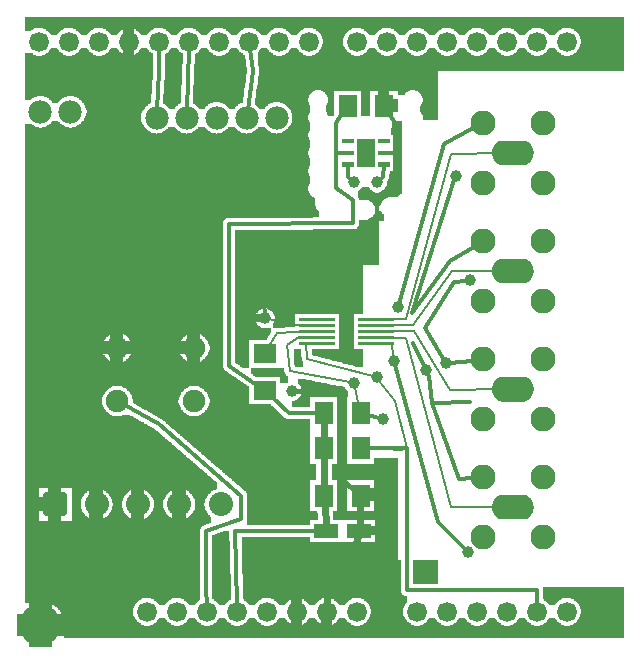
<source format=gtl>
G04 MADE WITH FRITZING*
G04 WWW.FRITZING.ORG*
G04 DOUBLE SIDED*
G04 HOLES PLATED*
G04 CONTOUR ON CENTER OF CONTOUR VECTOR*
%ASAXBY*%
%FSLAX23Y23*%
%MOIN*%
%OFA0B0*%
%SFA1.0B1.0*%
%ADD10C,0.075000*%
%ADD11C,0.039370*%
%ADD12C,0.078000*%
%ADD13C,0.082677*%
%ADD14C,0.083071*%
%ADD15C,0.066194*%
%ADD16C,0.066222*%
%ADD17C,0.137795*%
%ADD18C,0.080000*%
%ADD19R,0.062992X0.074803*%
%ADD20R,0.078740X0.047244*%
%ADD21C,0.012000*%
%ADD22C,0.008000*%
%ADD23C,0.024000*%
%ADD24C,0.016000*%
%ADD25C,0.020000*%
%ADD26R,0.001000X0.001000*%
%LNCOPPER1*%
G90*
G70*
G54D10*
X664Y1917D03*
X1954Y2052D03*
X1035Y1357D03*
G54D11*
X1134Y891D03*
X1134Y1560D03*
X1212Y910D03*
X1212Y1560D03*
G54D12*
X90Y1796D03*
X190Y1796D03*
G54D11*
X1268Y965D03*
X1376Y935D03*
X1443Y957D03*
X1282Y1143D03*
X1474Y1581D03*
X1521Y1233D03*
X1516Y329D03*
X838Y1107D03*
X929Y865D03*
X1232Y772D03*
G54D12*
X878Y1776D03*
X778Y1776D03*
X678Y1776D03*
X578Y1776D03*
X478Y1776D03*
G54D10*
X602Y831D03*
X346Y831D03*
X602Y1008D03*
X346Y1008D03*
G54D13*
X1565Y577D03*
G54D14*
X1664Y478D03*
X1565Y377D03*
X1565Y577D03*
X1765Y377D03*
X1765Y577D03*
G54D13*
X1565Y577D03*
G54D14*
X1664Y478D03*
X1565Y377D03*
X1565Y577D03*
X1765Y377D03*
X1765Y577D03*
G54D13*
X1565Y970D03*
G54D14*
X1664Y871D03*
X1565Y771D03*
X1565Y971D03*
X1765Y771D03*
X1765Y971D03*
G54D13*
X1565Y970D03*
G54D14*
X1664Y871D03*
X1565Y771D03*
X1565Y971D03*
X1765Y771D03*
X1765Y971D03*
G54D13*
X1565Y1758D03*
G54D14*
X1664Y1659D03*
X1565Y1558D03*
X1565Y1758D03*
X1765Y1558D03*
X1765Y1758D03*
G54D13*
X1565Y1758D03*
G54D14*
X1664Y1659D03*
X1565Y1558D03*
X1565Y1758D03*
X1765Y1558D03*
X1765Y1758D03*
G54D15*
X1445Y129D03*
X1545Y129D03*
X1645Y129D03*
X1745Y129D03*
X1845Y129D03*
G54D16*
X985Y2029D03*
X885Y2029D03*
X785Y2029D03*
X685Y2029D03*
X585Y2029D03*
X485Y2029D03*
X385Y2029D03*
X285Y2029D03*
X185Y2029D03*
X85Y2029D03*
X1845Y2029D03*
X1745Y2029D03*
X1645Y2029D03*
X1545Y2029D03*
X1445Y2029D03*
X1345Y2029D03*
X1245Y2029D03*
X1145Y2029D03*
G54D15*
X545Y129D03*
X445Y129D03*
X645Y129D03*
X745Y129D03*
X845Y129D03*
X945Y129D03*
X1045Y129D03*
X1145Y129D03*
X1345Y129D03*
G54D13*
X1565Y1364D03*
G54D14*
X1664Y1265D03*
X1565Y1164D03*
X1565Y1364D03*
X1765Y1164D03*
X1765Y1364D03*
G54D13*
X1565Y1364D03*
G54D14*
X1664Y1265D03*
X1565Y1164D03*
X1565Y1364D03*
X1765Y1164D03*
X1765Y1364D03*
G54D17*
X90Y83D03*
G54D18*
X140Y487D03*
X277Y487D03*
X415Y487D03*
X553Y487D03*
X691Y487D03*
G54D19*
X1114Y1815D03*
X1236Y1815D03*
X1035Y516D03*
X1157Y516D03*
G54D20*
X1043Y398D03*
X1153Y398D03*
G54D19*
X1035Y792D03*
X1157Y792D03*
X1035Y674D03*
X1157Y674D03*
G54D21*
X1272Y1757D02*
X1272Y1658D01*
D02*
X1074Y1658D02*
X1100Y1658D01*
D02*
X1093Y1784D02*
X1074Y1757D01*
D02*
X1074Y1757D02*
X1074Y1658D01*
D02*
X1255Y1784D02*
X1272Y1757D01*
D02*
X1272Y1658D02*
X1250Y1658D01*
D02*
X1213Y1501D02*
X1213Y1324D01*
D02*
X1272Y1540D02*
X1213Y1501D01*
D02*
X1114Y1579D02*
X1124Y1569D01*
D02*
X1232Y1579D02*
X1222Y1569D01*
D02*
X1236Y1618D02*
X1232Y1579D01*
D02*
X1213Y1324D02*
X818Y1323D01*
D02*
X818Y1323D02*
X837Y1120D01*
D02*
X1272Y1658D02*
X1272Y1540D01*
D02*
X1114Y1616D02*
X1114Y1579D01*
D02*
X799Y1932D02*
X781Y1800D01*
D02*
X789Y2005D02*
X799Y1932D01*
D02*
X578Y1801D02*
X585Y2005D01*
D02*
X484Y1932D02*
X479Y1801D01*
D02*
X485Y2005D02*
X484Y1932D01*
G54D22*
D02*
X1307Y1103D02*
X1262Y1103D01*
D02*
X1307Y1041D02*
X1232Y1043D01*
D02*
X1334Y1064D02*
X1262Y1064D01*
D02*
X1459Y1654D02*
X1307Y1103D01*
D02*
X1454Y868D02*
X1334Y1064D01*
D02*
X1627Y871D02*
X1454Y868D01*
D02*
X1627Y478D02*
X1457Y479D01*
D02*
X1457Y479D02*
X1307Y1041D01*
G54D21*
D02*
X1529Y966D02*
X1456Y959D01*
G54D22*
D02*
X1331Y1085D02*
X1247Y1084D01*
D02*
X1627Y1265D02*
X1462Y1264D01*
D02*
X1462Y1264D02*
X1331Y1085D01*
D02*
X1627Y1658D02*
X1459Y1654D01*
D02*
X1262Y1024D02*
X1208Y1024D01*
G54D21*
D02*
X1456Y1297D02*
X1534Y1345D01*
D02*
X1330Y1124D02*
X1456Y1297D01*
D02*
X1470Y1568D02*
X1330Y1124D01*
D02*
X1435Y1689D02*
X1286Y1156D01*
D02*
X1533Y1740D02*
X1435Y1689D01*
G54D22*
D02*
X1266Y978D02*
X1262Y1024D01*
G54D21*
D02*
X1469Y1229D02*
X1373Y1075D01*
D02*
X1373Y1075D02*
X1436Y969D01*
D02*
X1508Y1232D02*
X1469Y1229D01*
D02*
X1384Y915D02*
X1332Y1025D01*
D02*
X1395Y825D02*
X1521Y828D01*
D02*
X1395Y823D02*
X1384Y915D01*
D02*
X1521Y828D02*
X1395Y823D01*
D02*
X1332Y1025D02*
X1370Y948D01*
D02*
X1485Y570D02*
X1395Y825D01*
D02*
X1529Y574D02*
X1485Y570D01*
G54D23*
D02*
X1042Y416D02*
X1037Y484D01*
G54D21*
D02*
X745Y154D02*
X740Y399D01*
D02*
X740Y399D02*
X1009Y398D01*
D02*
X1416Y427D02*
X1271Y952D01*
D02*
X1506Y339D02*
X1416Y427D01*
G54D23*
D02*
X1154Y416D02*
X1156Y484D01*
D02*
X1122Y295D02*
X1040Y261D01*
D02*
X1040Y261D02*
X1044Y160D01*
D02*
X1148Y380D02*
X1122Y295D01*
G54D22*
D02*
X1311Y674D02*
X1295Y669D01*
G54D21*
D02*
X1311Y674D02*
X1311Y674D01*
D02*
X1311Y674D02*
X1311Y201D01*
D02*
X1744Y201D02*
X1745Y154D01*
D02*
X1311Y201D02*
X1744Y201D01*
D02*
X1183Y674D02*
X1311Y674D01*
G54D22*
D02*
X1295Y669D02*
X1183Y673D01*
D02*
X980Y970D02*
X1199Y913D01*
D02*
X974Y1024D02*
X980Y970D01*
D02*
X921Y932D02*
X1121Y893D01*
D02*
X1012Y1024D02*
X974Y1024D01*
D02*
X1271Y831D02*
X1311Y674D01*
D02*
X1220Y899D02*
X1271Y831D01*
D02*
X913Y1017D02*
X921Y932D01*
D02*
X952Y1044D02*
X913Y1017D01*
G54D23*
D02*
X1035Y642D02*
X1035Y548D01*
D02*
X1035Y706D02*
X1035Y760D01*
G54D22*
D02*
X925Y1085D02*
X851Y1104D01*
G54D24*
D02*
X1090Y860D02*
X1092Y571D01*
D02*
X942Y864D02*
X1090Y860D01*
G54D22*
D02*
X958Y1044D02*
X952Y1044D01*
D02*
X1137Y877D02*
X1150Y824D01*
D02*
X985Y1084D02*
X925Y1085D01*
G54D24*
D02*
X1092Y571D02*
X1131Y538D01*
G54D21*
D02*
X1183Y785D02*
X1219Y776D01*
D02*
X642Y318D02*
X641Y398D01*
D02*
X641Y398D02*
X759Y438D01*
D02*
X759Y438D02*
X759Y516D01*
D02*
X641Y202D02*
X642Y318D01*
D02*
X484Y754D02*
X366Y820D01*
D02*
X759Y516D02*
X484Y754D01*
D02*
X644Y154D02*
X641Y202D01*
D02*
X917Y791D02*
X865Y841D01*
D02*
X1009Y792D02*
X917Y791D01*
G54D22*
D02*
X877Y1058D02*
X996Y1063D01*
D02*
X853Y1015D02*
X877Y1058D01*
G54D21*
D02*
X1074Y1657D02*
X1100Y1658D01*
D02*
X1074Y1540D02*
X1074Y1657D01*
D02*
X1133Y1500D02*
X1074Y1540D01*
D02*
X719Y949D02*
X719Y1422D01*
D02*
X1133Y1424D02*
X1133Y1500D01*
D02*
X806Y889D02*
X719Y949D01*
D02*
X719Y1422D02*
X1133Y1424D01*
G36*
X526Y2008D02*
X526Y2006D01*
X524Y2006D01*
X524Y2004D01*
X522Y2004D01*
X522Y2000D01*
X520Y2000D01*
X520Y1998D01*
X518Y1998D01*
X518Y1996D01*
X516Y1996D01*
X516Y1994D01*
X514Y1994D01*
X514Y1992D01*
X510Y1992D01*
X510Y1990D01*
X508Y1990D01*
X508Y1988D01*
X504Y1988D01*
X504Y1900D01*
X502Y1900D01*
X502Y1854D01*
X500Y1854D01*
X500Y1822D01*
X502Y1822D01*
X502Y1820D01*
X506Y1820D01*
X506Y1818D01*
X508Y1818D01*
X508Y1816D01*
X510Y1816D01*
X510Y1814D01*
X512Y1814D01*
X512Y1812D01*
X514Y1812D01*
X514Y1810D01*
X516Y1810D01*
X516Y1808D01*
X518Y1808D01*
X518Y1806D01*
X538Y1806D01*
X538Y1810D01*
X540Y1810D01*
X540Y1812D01*
X542Y1812D01*
X542Y1814D01*
X544Y1814D01*
X544Y1816D01*
X548Y1816D01*
X548Y1818D01*
X550Y1818D01*
X550Y1820D01*
X554Y1820D01*
X554Y1822D01*
X556Y1822D01*
X556Y1824D01*
X560Y1824D01*
X560Y1886D01*
X562Y1886D01*
X562Y1954D01*
X564Y1954D01*
X564Y1990D01*
X560Y1990D01*
X560Y1992D01*
X558Y1992D01*
X558Y1994D01*
X556Y1994D01*
X556Y1996D01*
X552Y1996D01*
X552Y2000D01*
X550Y2000D01*
X550Y2002D01*
X548Y2002D01*
X548Y2004D01*
X546Y2004D01*
X546Y2008D01*
X526Y2008D01*
G37*
D02*
G36*
X626Y2008D02*
X626Y2006D01*
X624Y2006D01*
X624Y2004D01*
X622Y2004D01*
X622Y2000D01*
X620Y2000D01*
X620Y1998D01*
X618Y1998D01*
X618Y1996D01*
X616Y1996D01*
X616Y1994D01*
X614Y1994D01*
X614Y1992D01*
X610Y1992D01*
X610Y1990D01*
X608Y1990D01*
X608Y1988D01*
X604Y1988D01*
X604Y1982D01*
X676Y1982D01*
X676Y1984D01*
X670Y1984D01*
X670Y1986D01*
X666Y1986D01*
X666Y1988D01*
X664Y1988D01*
X664Y1990D01*
X660Y1990D01*
X660Y1992D01*
X658Y1992D01*
X658Y1994D01*
X656Y1994D01*
X656Y1996D01*
X652Y1996D01*
X652Y2000D01*
X650Y2000D01*
X650Y2002D01*
X648Y2002D01*
X648Y2004D01*
X646Y2004D01*
X646Y2008D01*
X626Y2008D01*
G37*
D02*
G36*
X726Y2008D02*
X726Y2006D01*
X724Y2006D01*
X724Y2004D01*
X722Y2004D01*
X722Y2000D01*
X720Y2000D01*
X720Y1998D01*
X718Y1998D01*
X718Y1996D01*
X716Y1996D01*
X716Y1994D01*
X714Y1994D01*
X714Y1992D01*
X710Y1992D01*
X710Y1990D01*
X708Y1990D01*
X708Y1988D01*
X704Y1988D01*
X704Y1986D01*
X700Y1986D01*
X700Y1984D01*
X694Y1984D01*
X694Y1982D01*
X772Y1982D01*
X772Y1984D01*
X770Y1984D01*
X770Y1986D01*
X766Y1986D01*
X766Y1988D01*
X764Y1988D01*
X764Y1990D01*
X760Y1990D01*
X760Y1992D01*
X758Y1992D01*
X758Y1994D01*
X756Y1994D01*
X756Y1996D01*
X752Y1996D01*
X752Y2000D01*
X750Y2000D01*
X750Y2002D01*
X748Y2002D01*
X748Y2004D01*
X746Y2004D01*
X746Y2008D01*
X726Y2008D01*
G37*
D02*
G36*
X604Y1982D02*
X604Y1980D01*
X772Y1980D01*
X772Y1982D01*
X604Y1982D01*
G37*
D02*
G36*
X604Y1982D02*
X604Y1980D01*
X772Y1980D01*
X772Y1982D01*
X604Y1982D01*
G37*
D02*
G36*
X604Y1980D02*
X604Y1954D01*
X602Y1954D01*
X602Y1886D01*
X600Y1886D01*
X600Y1828D01*
X690Y1828D01*
X690Y1826D01*
X696Y1826D01*
X696Y1824D01*
X698Y1824D01*
X698Y1822D01*
X702Y1822D01*
X702Y1820D01*
X706Y1820D01*
X706Y1818D01*
X708Y1818D01*
X708Y1816D01*
X710Y1816D01*
X710Y1814D01*
X712Y1814D01*
X712Y1812D01*
X714Y1812D01*
X714Y1810D01*
X716Y1810D01*
X716Y1808D01*
X718Y1808D01*
X718Y1806D01*
X738Y1806D01*
X738Y1810D01*
X740Y1810D01*
X740Y1812D01*
X742Y1812D01*
X742Y1814D01*
X744Y1814D01*
X744Y1816D01*
X748Y1816D01*
X748Y1818D01*
X750Y1818D01*
X750Y1820D01*
X754Y1820D01*
X754Y1822D01*
X756Y1822D01*
X756Y1824D01*
X760Y1824D01*
X760Y1826D01*
X764Y1826D01*
X764Y1830D01*
X766Y1830D01*
X766Y1846D01*
X768Y1846D01*
X768Y1860D01*
X770Y1860D01*
X770Y1874D01*
X772Y1874D01*
X772Y1890D01*
X774Y1890D01*
X774Y1904D01*
X776Y1904D01*
X776Y1920D01*
X778Y1920D01*
X778Y1944D01*
X776Y1944D01*
X776Y1958D01*
X774Y1958D01*
X774Y1972D01*
X772Y1972D01*
X772Y1980D01*
X604Y1980D01*
G37*
D02*
G36*
X600Y1828D02*
X600Y1822D01*
X602Y1822D01*
X602Y1820D01*
X606Y1820D01*
X606Y1818D01*
X608Y1818D01*
X608Y1816D01*
X610Y1816D01*
X610Y1814D01*
X612Y1814D01*
X612Y1812D01*
X614Y1812D01*
X614Y1810D01*
X616Y1810D01*
X616Y1808D01*
X618Y1808D01*
X618Y1806D01*
X638Y1806D01*
X638Y1810D01*
X640Y1810D01*
X640Y1812D01*
X642Y1812D01*
X642Y1814D01*
X644Y1814D01*
X644Y1816D01*
X648Y1816D01*
X648Y1818D01*
X650Y1818D01*
X650Y1820D01*
X654Y1820D01*
X654Y1822D01*
X656Y1822D01*
X656Y1824D01*
X660Y1824D01*
X660Y1826D01*
X666Y1826D01*
X666Y1828D01*
X600Y1828D01*
G37*
D02*
G36*
X1048Y1834D02*
X1048Y1824D01*
X1046Y1824D01*
X1046Y1820D01*
X1044Y1820D01*
X1044Y1818D01*
X1042Y1818D01*
X1042Y1794D01*
X1044Y1794D01*
X1044Y1790D01*
X1046Y1790D01*
X1046Y1786D01*
X1048Y1786D01*
X1048Y1782D01*
X1068Y1782D01*
X1068Y1834D01*
X1048Y1834D01*
G37*
D02*
G36*
X40Y2110D02*
X40Y2076D01*
X1854Y2076D01*
X1854Y2074D01*
X1860Y2074D01*
X1860Y2072D01*
X1864Y2072D01*
X1864Y2070D01*
X1868Y2070D01*
X1868Y2068D01*
X1870Y2068D01*
X1870Y2066D01*
X1874Y2066D01*
X1874Y2064D01*
X1876Y2064D01*
X1876Y2062D01*
X1878Y2062D01*
X1878Y2060D01*
X1880Y2060D01*
X1880Y2058D01*
X1882Y2058D01*
X1882Y2054D01*
X1884Y2054D01*
X1884Y2052D01*
X1886Y2052D01*
X1886Y2048D01*
X1888Y2048D01*
X1888Y2044D01*
X1890Y2044D01*
X1890Y2038D01*
X1892Y2038D01*
X1892Y2020D01*
X1890Y2020D01*
X1890Y2014D01*
X1888Y2014D01*
X1888Y2010D01*
X1886Y2010D01*
X1886Y2006D01*
X1884Y2006D01*
X1884Y2004D01*
X1882Y2004D01*
X1882Y2000D01*
X1880Y2000D01*
X1880Y1998D01*
X1878Y1998D01*
X1878Y1996D01*
X1876Y1996D01*
X1876Y1994D01*
X1874Y1994D01*
X1874Y1992D01*
X1870Y1992D01*
X1870Y1990D01*
X1868Y1990D01*
X1868Y1988D01*
X1864Y1988D01*
X1864Y1986D01*
X1860Y1986D01*
X1860Y1984D01*
X1854Y1984D01*
X1854Y1982D01*
X2036Y1982D01*
X2036Y2110D01*
X40Y2110D01*
G37*
D02*
G36*
X40Y2076D02*
X40Y2066D01*
X60Y2066D01*
X60Y2068D01*
X64Y2068D01*
X64Y2070D01*
X66Y2070D01*
X66Y2072D01*
X70Y2072D01*
X70Y2074D01*
X76Y2074D01*
X76Y2076D01*
X40Y2076D01*
G37*
D02*
G36*
X94Y2076D02*
X94Y2074D01*
X100Y2074D01*
X100Y2072D01*
X104Y2072D01*
X104Y2070D01*
X108Y2070D01*
X108Y2068D01*
X110Y2068D01*
X110Y2066D01*
X114Y2066D01*
X114Y2064D01*
X116Y2064D01*
X116Y2062D01*
X118Y2062D01*
X118Y2060D01*
X120Y2060D01*
X120Y2058D01*
X122Y2058D01*
X122Y2054D01*
X124Y2054D01*
X124Y2052D01*
X126Y2052D01*
X126Y2050D01*
X146Y2050D01*
X146Y2054D01*
X148Y2054D01*
X148Y2056D01*
X150Y2056D01*
X150Y2058D01*
X152Y2058D01*
X152Y2062D01*
X156Y2062D01*
X156Y2064D01*
X158Y2064D01*
X158Y2066D01*
X160Y2066D01*
X160Y2068D01*
X164Y2068D01*
X164Y2070D01*
X166Y2070D01*
X166Y2072D01*
X170Y2072D01*
X170Y2074D01*
X176Y2074D01*
X176Y2076D01*
X94Y2076D01*
G37*
D02*
G36*
X194Y2076D02*
X194Y2074D01*
X200Y2074D01*
X200Y2072D01*
X204Y2072D01*
X204Y2070D01*
X208Y2070D01*
X208Y2068D01*
X210Y2068D01*
X210Y2066D01*
X214Y2066D01*
X214Y2064D01*
X216Y2064D01*
X216Y2062D01*
X218Y2062D01*
X218Y2060D01*
X220Y2060D01*
X220Y2058D01*
X222Y2058D01*
X222Y2054D01*
X224Y2054D01*
X224Y2052D01*
X226Y2052D01*
X226Y2050D01*
X246Y2050D01*
X246Y2054D01*
X248Y2054D01*
X248Y2056D01*
X250Y2056D01*
X250Y2058D01*
X252Y2058D01*
X252Y2062D01*
X256Y2062D01*
X256Y2064D01*
X258Y2064D01*
X258Y2066D01*
X260Y2066D01*
X260Y2068D01*
X264Y2068D01*
X264Y2070D01*
X266Y2070D01*
X266Y2072D01*
X270Y2072D01*
X270Y2074D01*
X276Y2074D01*
X276Y2076D01*
X194Y2076D01*
G37*
D02*
G36*
X294Y2076D02*
X294Y2074D01*
X300Y2074D01*
X300Y2072D01*
X304Y2072D01*
X304Y2070D01*
X308Y2070D01*
X308Y2068D01*
X310Y2068D01*
X310Y2066D01*
X314Y2066D01*
X314Y2064D01*
X316Y2064D01*
X316Y2062D01*
X318Y2062D01*
X318Y2060D01*
X320Y2060D01*
X320Y2058D01*
X322Y2058D01*
X322Y2054D01*
X324Y2054D01*
X324Y2052D01*
X326Y2052D01*
X326Y2050D01*
X346Y2050D01*
X346Y2054D01*
X348Y2054D01*
X348Y2056D01*
X350Y2056D01*
X350Y2058D01*
X352Y2058D01*
X352Y2062D01*
X356Y2062D01*
X356Y2064D01*
X358Y2064D01*
X358Y2066D01*
X360Y2066D01*
X360Y2068D01*
X364Y2068D01*
X364Y2070D01*
X366Y2070D01*
X366Y2072D01*
X370Y2072D01*
X370Y2074D01*
X376Y2074D01*
X376Y2076D01*
X294Y2076D01*
G37*
D02*
G36*
X394Y2076D02*
X394Y2074D01*
X400Y2074D01*
X400Y2072D01*
X404Y2072D01*
X404Y2070D01*
X408Y2070D01*
X408Y2068D01*
X410Y2068D01*
X410Y2066D01*
X414Y2066D01*
X414Y2064D01*
X416Y2064D01*
X416Y2062D01*
X418Y2062D01*
X418Y2060D01*
X420Y2060D01*
X420Y2058D01*
X422Y2058D01*
X422Y2054D01*
X424Y2054D01*
X424Y2052D01*
X426Y2052D01*
X426Y2050D01*
X446Y2050D01*
X446Y2054D01*
X448Y2054D01*
X448Y2056D01*
X450Y2056D01*
X450Y2058D01*
X452Y2058D01*
X452Y2062D01*
X456Y2062D01*
X456Y2064D01*
X458Y2064D01*
X458Y2066D01*
X460Y2066D01*
X460Y2068D01*
X464Y2068D01*
X464Y2070D01*
X466Y2070D01*
X466Y2072D01*
X470Y2072D01*
X470Y2074D01*
X476Y2074D01*
X476Y2076D01*
X394Y2076D01*
G37*
D02*
G36*
X494Y2076D02*
X494Y2074D01*
X500Y2074D01*
X500Y2072D01*
X504Y2072D01*
X504Y2070D01*
X508Y2070D01*
X508Y2068D01*
X510Y2068D01*
X510Y2066D01*
X514Y2066D01*
X514Y2064D01*
X516Y2064D01*
X516Y2062D01*
X518Y2062D01*
X518Y2060D01*
X520Y2060D01*
X520Y2058D01*
X522Y2058D01*
X522Y2054D01*
X524Y2054D01*
X524Y2052D01*
X526Y2052D01*
X526Y2050D01*
X546Y2050D01*
X546Y2054D01*
X548Y2054D01*
X548Y2056D01*
X550Y2056D01*
X550Y2058D01*
X552Y2058D01*
X552Y2062D01*
X556Y2062D01*
X556Y2064D01*
X558Y2064D01*
X558Y2066D01*
X560Y2066D01*
X560Y2068D01*
X564Y2068D01*
X564Y2070D01*
X566Y2070D01*
X566Y2072D01*
X570Y2072D01*
X570Y2074D01*
X576Y2074D01*
X576Y2076D01*
X494Y2076D01*
G37*
D02*
G36*
X594Y2076D02*
X594Y2074D01*
X600Y2074D01*
X600Y2072D01*
X604Y2072D01*
X604Y2070D01*
X608Y2070D01*
X608Y2068D01*
X610Y2068D01*
X610Y2066D01*
X614Y2066D01*
X614Y2064D01*
X616Y2064D01*
X616Y2062D01*
X618Y2062D01*
X618Y2060D01*
X620Y2060D01*
X620Y2058D01*
X622Y2058D01*
X622Y2054D01*
X624Y2054D01*
X624Y2052D01*
X626Y2052D01*
X626Y2050D01*
X646Y2050D01*
X646Y2054D01*
X648Y2054D01*
X648Y2056D01*
X650Y2056D01*
X650Y2058D01*
X652Y2058D01*
X652Y2062D01*
X656Y2062D01*
X656Y2064D01*
X658Y2064D01*
X658Y2066D01*
X660Y2066D01*
X660Y2068D01*
X664Y2068D01*
X664Y2070D01*
X666Y2070D01*
X666Y2072D01*
X670Y2072D01*
X670Y2074D01*
X676Y2074D01*
X676Y2076D01*
X594Y2076D01*
G37*
D02*
G36*
X694Y2076D02*
X694Y2074D01*
X700Y2074D01*
X700Y2072D01*
X704Y2072D01*
X704Y2070D01*
X708Y2070D01*
X708Y2068D01*
X710Y2068D01*
X710Y2066D01*
X714Y2066D01*
X714Y2064D01*
X716Y2064D01*
X716Y2062D01*
X718Y2062D01*
X718Y2060D01*
X720Y2060D01*
X720Y2058D01*
X722Y2058D01*
X722Y2054D01*
X724Y2054D01*
X724Y2052D01*
X726Y2052D01*
X726Y2050D01*
X746Y2050D01*
X746Y2054D01*
X748Y2054D01*
X748Y2056D01*
X750Y2056D01*
X750Y2058D01*
X752Y2058D01*
X752Y2062D01*
X756Y2062D01*
X756Y2064D01*
X758Y2064D01*
X758Y2066D01*
X760Y2066D01*
X760Y2068D01*
X764Y2068D01*
X764Y2070D01*
X766Y2070D01*
X766Y2072D01*
X770Y2072D01*
X770Y2074D01*
X776Y2074D01*
X776Y2076D01*
X694Y2076D01*
G37*
D02*
G36*
X794Y2076D02*
X794Y2074D01*
X800Y2074D01*
X800Y2072D01*
X804Y2072D01*
X804Y2070D01*
X808Y2070D01*
X808Y2068D01*
X810Y2068D01*
X810Y2066D01*
X814Y2066D01*
X814Y2064D01*
X816Y2064D01*
X816Y2062D01*
X818Y2062D01*
X818Y2060D01*
X820Y2060D01*
X820Y2058D01*
X822Y2058D01*
X822Y2054D01*
X824Y2054D01*
X824Y2052D01*
X826Y2052D01*
X826Y2050D01*
X846Y2050D01*
X846Y2054D01*
X848Y2054D01*
X848Y2056D01*
X850Y2056D01*
X850Y2058D01*
X852Y2058D01*
X852Y2062D01*
X856Y2062D01*
X856Y2064D01*
X858Y2064D01*
X858Y2066D01*
X860Y2066D01*
X860Y2068D01*
X864Y2068D01*
X864Y2070D01*
X866Y2070D01*
X866Y2072D01*
X870Y2072D01*
X870Y2074D01*
X876Y2074D01*
X876Y2076D01*
X794Y2076D01*
G37*
D02*
G36*
X894Y2076D02*
X894Y2074D01*
X900Y2074D01*
X900Y2072D01*
X904Y2072D01*
X904Y2070D01*
X908Y2070D01*
X908Y2068D01*
X910Y2068D01*
X910Y2066D01*
X914Y2066D01*
X914Y2064D01*
X916Y2064D01*
X916Y2062D01*
X918Y2062D01*
X918Y2060D01*
X920Y2060D01*
X920Y2058D01*
X922Y2058D01*
X922Y2054D01*
X924Y2054D01*
X924Y2052D01*
X926Y2052D01*
X926Y2050D01*
X946Y2050D01*
X946Y2054D01*
X948Y2054D01*
X948Y2056D01*
X950Y2056D01*
X950Y2058D01*
X952Y2058D01*
X952Y2062D01*
X956Y2062D01*
X956Y2064D01*
X958Y2064D01*
X958Y2066D01*
X960Y2066D01*
X960Y2068D01*
X964Y2068D01*
X964Y2070D01*
X966Y2070D01*
X966Y2072D01*
X970Y2072D01*
X970Y2074D01*
X976Y2074D01*
X976Y2076D01*
X894Y2076D01*
G37*
D02*
G36*
X994Y2076D02*
X994Y2074D01*
X1000Y2074D01*
X1000Y2072D01*
X1004Y2072D01*
X1004Y2070D01*
X1008Y2070D01*
X1008Y2068D01*
X1010Y2068D01*
X1010Y2066D01*
X1014Y2066D01*
X1014Y2064D01*
X1016Y2064D01*
X1016Y2062D01*
X1018Y2062D01*
X1018Y2060D01*
X1020Y2060D01*
X1020Y2058D01*
X1022Y2058D01*
X1022Y2054D01*
X1024Y2054D01*
X1024Y2052D01*
X1026Y2052D01*
X1026Y2048D01*
X1028Y2048D01*
X1028Y2044D01*
X1030Y2044D01*
X1030Y2038D01*
X1032Y2038D01*
X1032Y2020D01*
X1030Y2020D01*
X1030Y2014D01*
X1028Y2014D01*
X1028Y2010D01*
X1026Y2010D01*
X1026Y2006D01*
X1024Y2006D01*
X1024Y2004D01*
X1022Y2004D01*
X1022Y2000D01*
X1020Y2000D01*
X1020Y1998D01*
X1018Y1998D01*
X1018Y1996D01*
X1016Y1996D01*
X1016Y1994D01*
X1014Y1994D01*
X1014Y1992D01*
X1010Y1992D01*
X1010Y1990D01*
X1008Y1990D01*
X1008Y1988D01*
X1004Y1988D01*
X1004Y1986D01*
X1000Y1986D01*
X1000Y1984D01*
X994Y1984D01*
X994Y1982D01*
X1136Y1982D01*
X1136Y1984D01*
X1130Y1984D01*
X1130Y1986D01*
X1126Y1986D01*
X1126Y1988D01*
X1124Y1988D01*
X1124Y1990D01*
X1120Y1990D01*
X1120Y1992D01*
X1118Y1992D01*
X1118Y1994D01*
X1116Y1994D01*
X1116Y1996D01*
X1112Y1996D01*
X1112Y2000D01*
X1110Y2000D01*
X1110Y2002D01*
X1108Y2002D01*
X1108Y2004D01*
X1106Y2004D01*
X1106Y2008D01*
X1104Y2008D01*
X1104Y2010D01*
X1102Y2010D01*
X1102Y2016D01*
X1100Y2016D01*
X1100Y2022D01*
X1098Y2022D01*
X1098Y2036D01*
X1100Y2036D01*
X1100Y2042D01*
X1102Y2042D01*
X1102Y2048D01*
X1104Y2048D01*
X1104Y2050D01*
X1106Y2050D01*
X1106Y2054D01*
X1108Y2054D01*
X1108Y2056D01*
X1110Y2056D01*
X1110Y2058D01*
X1112Y2058D01*
X1112Y2062D01*
X1116Y2062D01*
X1116Y2064D01*
X1118Y2064D01*
X1118Y2066D01*
X1120Y2066D01*
X1120Y2068D01*
X1124Y2068D01*
X1124Y2070D01*
X1126Y2070D01*
X1126Y2072D01*
X1130Y2072D01*
X1130Y2074D01*
X1136Y2074D01*
X1136Y2076D01*
X994Y2076D01*
G37*
D02*
G36*
X1154Y2076D02*
X1154Y2074D01*
X1160Y2074D01*
X1160Y2072D01*
X1164Y2072D01*
X1164Y2070D01*
X1168Y2070D01*
X1168Y2068D01*
X1170Y2068D01*
X1170Y2066D01*
X1174Y2066D01*
X1174Y2064D01*
X1176Y2064D01*
X1176Y2062D01*
X1178Y2062D01*
X1178Y2060D01*
X1180Y2060D01*
X1180Y2058D01*
X1182Y2058D01*
X1182Y2054D01*
X1184Y2054D01*
X1184Y2052D01*
X1186Y2052D01*
X1186Y2050D01*
X1206Y2050D01*
X1206Y2054D01*
X1208Y2054D01*
X1208Y2056D01*
X1210Y2056D01*
X1210Y2058D01*
X1212Y2058D01*
X1212Y2062D01*
X1216Y2062D01*
X1216Y2064D01*
X1218Y2064D01*
X1218Y2066D01*
X1220Y2066D01*
X1220Y2068D01*
X1224Y2068D01*
X1224Y2070D01*
X1226Y2070D01*
X1226Y2072D01*
X1230Y2072D01*
X1230Y2074D01*
X1236Y2074D01*
X1236Y2076D01*
X1154Y2076D01*
G37*
D02*
G36*
X1254Y2076D02*
X1254Y2074D01*
X1260Y2074D01*
X1260Y2072D01*
X1264Y2072D01*
X1264Y2070D01*
X1268Y2070D01*
X1268Y2068D01*
X1270Y2068D01*
X1270Y2066D01*
X1274Y2066D01*
X1274Y2064D01*
X1276Y2064D01*
X1276Y2062D01*
X1278Y2062D01*
X1278Y2060D01*
X1280Y2060D01*
X1280Y2058D01*
X1282Y2058D01*
X1282Y2054D01*
X1284Y2054D01*
X1284Y2052D01*
X1286Y2052D01*
X1286Y2050D01*
X1306Y2050D01*
X1306Y2054D01*
X1308Y2054D01*
X1308Y2056D01*
X1310Y2056D01*
X1310Y2058D01*
X1312Y2058D01*
X1312Y2062D01*
X1316Y2062D01*
X1316Y2064D01*
X1318Y2064D01*
X1318Y2066D01*
X1320Y2066D01*
X1320Y2068D01*
X1324Y2068D01*
X1324Y2070D01*
X1326Y2070D01*
X1326Y2072D01*
X1330Y2072D01*
X1330Y2074D01*
X1336Y2074D01*
X1336Y2076D01*
X1254Y2076D01*
G37*
D02*
G36*
X1354Y2076D02*
X1354Y2074D01*
X1360Y2074D01*
X1360Y2072D01*
X1364Y2072D01*
X1364Y2070D01*
X1368Y2070D01*
X1368Y2068D01*
X1370Y2068D01*
X1370Y2066D01*
X1374Y2066D01*
X1374Y2064D01*
X1376Y2064D01*
X1376Y2062D01*
X1378Y2062D01*
X1378Y2060D01*
X1380Y2060D01*
X1380Y2058D01*
X1382Y2058D01*
X1382Y2054D01*
X1384Y2054D01*
X1384Y2052D01*
X1386Y2052D01*
X1386Y2050D01*
X1406Y2050D01*
X1406Y2054D01*
X1408Y2054D01*
X1408Y2056D01*
X1410Y2056D01*
X1410Y2058D01*
X1412Y2058D01*
X1412Y2062D01*
X1416Y2062D01*
X1416Y2064D01*
X1418Y2064D01*
X1418Y2066D01*
X1420Y2066D01*
X1420Y2068D01*
X1424Y2068D01*
X1424Y2070D01*
X1426Y2070D01*
X1426Y2072D01*
X1430Y2072D01*
X1430Y2074D01*
X1436Y2074D01*
X1436Y2076D01*
X1354Y2076D01*
G37*
D02*
G36*
X1454Y2076D02*
X1454Y2074D01*
X1460Y2074D01*
X1460Y2072D01*
X1464Y2072D01*
X1464Y2070D01*
X1468Y2070D01*
X1468Y2068D01*
X1470Y2068D01*
X1470Y2066D01*
X1474Y2066D01*
X1474Y2064D01*
X1476Y2064D01*
X1476Y2062D01*
X1478Y2062D01*
X1478Y2060D01*
X1480Y2060D01*
X1480Y2058D01*
X1482Y2058D01*
X1482Y2054D01*
X1484Y2054D01*
X1484Y2052D01*
X1486Y2052D01*
X1486Y2050D01*
X1506Y2050D01*
X1506Y2054D01*
X1508Y2054D01*
X1508Y2056D01*
X1510Y2056D01*
X1510Y2058D01*
X1512Y2058D01*
X1512Y2062D01*
X1516Y2062D01*
X1516Y2064D01*
X1518Y2064D01*
X1518Y2066D01*
X1520Y2066D01*
X1520Y2068D01*
X1524Y2068D01*
X1524Y2070D01*
X1526Y2070D01*
X1526Y2072D01*
X1530Y2072D01*
X1530Y2074D01*
X1536Y2074D01*
X1536Y2076D01*
X1454Y2076D01*
G37*
D02*
G36*
X1554Y2076D02*
X1554Y2074D01*
X1560Y2074D01*
X1560Y2072D01*
X1564Y2072D01*
X1564Y2070D01*
X1568Y2070D01*
X1568Y2068D01*
X1570Y2068D01*
X1570Y2066D01*
X1574Y2066D01*
X1574Y2064D01*
X1576Y2064D01*
X1576Y2062D01*
X1578Y2062D01*
X1578Y2060D01*
X1580Y2060D01*
X1580Y2058D01*
X1582Y2058D01*
X1582Y2054D01*
X1584Y2054D01*
X1584Y2052D01*
X1586Y2052D01*
X1586Y2050D01*
X1606Y2050D01*
X1606Y2054D01*
X1608Y2054D01*
X1608Y2056D01*
X1610Y2056D01*
X1610Y2058D01*
X1612Y2058D01*
X1612Y2062D01*
X1616Y2062D01*
X1616Y2064D01*
X1618Y2064D01*
X1618Y2066D01*
X1620Y2066D01*
X1620Y2068D01*
X1624Y2068D01*
X1624Y2070D01*
X1626Y2070D01*
X1626Y2072D01*
X1630Y2072D01*
X1630Y2074D01*
X1636Y2074D01*
X1636Y2076D01*
X1554Y2076D01*
G37*
D02*
G36*
X1654Y2076D02*
X1654Y2074D01*
X1660Y2074D01*
X1660Y2072D01*
X1664Y2072D01*
X1664Y2070D01*
X1668Y2070D01*
X1668Y2068D01*
X1670Y2068D01*
X1670Y2066D01*
X1674Y2066D01*
X1674Y2064D01*
X1676Y2064D01*
X1676Y2062D01*
X1678Y2062D01*
X1678Y2060D01*
X1680Y2060D01*
X1680Y2058D01*
X1682Y2058D01*
X1682Y2054D01*
X1684Y2054D01*
X1684Y2052D01*
X1686Y2052D01*
X1686Y2050D01*
X1706Y2050D01*
X1706Y2054D01*
X1708Y2054D01*
X1708Y2056D01*
X1710Y2056D01*
X1710Y2058D01*
X1712Y2058D01*
X1712Y2062D01*
X1716Y2062D01*
X1716Y2064D01*
X1718Y2064D01*
X1718Y2066D01*
X1720Y2066D01*
X1720Y2068D01*
X1724Y2068D01*
X1724Y2070D01*
X1726Y2070D01*
X1726Y2072D01*
X1730Y2072D01*
X1730Y2074D01*
X1736Y2074D01*
X1736Y2076D01*
X1654Y2076D01*
G37*
D02*
G36*
X1754Y2076D02*
X1754Y2074D01*
X1760Y2074D01*
X1760Y2072D01*
X1764Y2072D01*
X1764Y2070D01*
X1768Y2070D01*
X1768Y2068D01*
X1770Y2068D01*
X1770Y2066D01*
X1774Y2066D01*
X1774Y2064D01*
X1776Y2064D01*
X1776Y2062D01*
X1778Y2062D01*
X1778Y2060D01*
X1780Y2060D01*
X1780Y2058D01*
X1782Y2058D01*
X1782Y2054D01*
X1784Y2054D01*
X1784Y2052D01*
X1786Y2052D01*
X1786Y2050D01*
X1806Y2050D01*
X1806Y2054D01*
X1808Y2054D01*
X1808Y2056D01*
X1810Y2056D01*
X1810Y2058D01*
X1812Y2058D01*
X1812Y2062D01*
X1816Y2062D01*
X1816Y2064D01*
X1818Y2064D01*
X1818Y2066D01*
X1820Y2066D01*
X1820Y2068D01*
X1824Y2068D01*
X1824Y2070D01*
X1826Y2070D01*
X1826Y2072D01*
X1830Y2072D01*
X1830Y2074D01*
X1836Y2074D01*
X1836Y2076D01*
X1754Y2076D01*
G37*
D02*
G36*
X126Y2008D02*
X126Y2006D01*
X124Y2006D01*
X124Y2004D01*
X122Y2004D01*
X122Y2000D01*
X120Y2000D01*
X120Y1998D01*
X118Y1998D01*
X118Y1996D01*
X116Y1996D01*
X116Y1994D01*
X114Y1994D01*
X114Y1992D01*
X110Y1992D01*
X110Y1990D01*
X108Y1990D01*
X108Y1988D01*
X104Y1988D01*
X104Y1986D01*
X100Y1986D01*
X100Y1984D01*
X94Y1984D01*
X94Y1982D01*
X176Y1982D01*
X176Y1984D01*
X170Y1984D01*
X170Y1986D01*
X166Y1986D01*
X166Y1988D01*
X164Y1988D01*
X164Y1990D01*
X160Y1990D01*
X160Y1992D01*
X158Y1992D01*
X158Y1994D01*
X156Y1994D01*
X156Y1996D01*
X152Y1996D01*
X152Y2000D01*
X150Y2000D01*
X150Y2002D01*
X148Y2002D01*
X148Y2004D01*
X146Y2004D01*
X146Y2008D01*
X126Y2008D01*
G37*
D02*
G36*
X226Y2008D02*
X226Y2006D01*
X224Y2006D01*
X224Y2004D01*
X222Y2004D01*
X222Y2000D01*
X220Y2000D01*
X220Y1998D01*
X218Y1998D01*
X218Y1996D01*
X216Y1996D01*
X216Y1994D01*
X214Y1994D01*
X214Y1992D01*
X210Y1992D01*
X210Y1990D01*
X208Y1990D01*
X208Y1988D01*
X204Y1988D01*
X204Y1986D01*
X200Y1986D01*
X200Y1984D01*
X194Y1984D01*
X194Y1982D01*
X276Y1982D01*
X276Y1984D01*
X270Y1984D01*
X270Y1986D01*
X266Y1986D01*
X266Y1988D01*
X264Y1988D01*
X264Y1990D01*
X260Y1990D01*
X260Y1992D01*
X258Y1992D01*
X258Y1994D01*
X256Y1994D01*
X256Y1996D01*
X252Y1996D01*
X252Y2000D01*
X250Y2000D01*
X250Y2002D01*
X248Y2002D01*
X248Y2004D01*
X246Y2004D01*
X246Y2008D01*
X226Y2008D01*
G37*
D02*
G36*
X326Y2008D02*
X326Y2006D01*
X324Y2006D01*
X324Y2004D01*
X322Y2004D01*
X322Y2000D01*
X320Y2000D01*
X320Y1998D01*
X318Y1998D01*
X318Y1996D01*
X316Y1996D01*
X316Y1994D01*
X314Y1994D01*
X314Y1992D01*
X310Y1992D01*
X310Y1990D01*
X308Y1990D01*
X308Y1988D01*
X304Y1988D01*
X304Y1986D01*
X300Y1986D01*
X300Y1984D01*
X294Y1984D01*
X294Y1982D01*
X376Y1982D01*
X376Y1984D01*
X370Y1984D01*
X370Y1986D01*
X366Y1986D01*
X366Y1988D01*
X364Y1988D01*
X364Y1990D01*
X360Y1990D01*
X360Y1992D01*
X358Y1992D01*
X358Y1994D01*
X356Y1994D01*
X356Y1996D01*
X352Y1996D01*
X352Y2000D01*
X350Y2000D01*
X350Y2002D01*
X348Y2002D01*
X348Y2004D01*
X346Y2004D01*
X346Y2008D01*
X326Y2008D01*
G37*
D02*
G36*
X426Y2008D02*
X426Y2006D01*
X424Y2006D01*
X424Y2004D01*
X422Y2004D01*
X422Y2000D01*
X420Y2000D01*
X420Y1998D01*
X418Y1998D01*
X418Y1996D01*
X416Y1996D01*
X416Y1994D01*
X414Y1994D01*
X414Y1992D01*
X410Y1992D01*
X410Y1990D01*
X408Y1990D01*
X408Y1988D01*
X404Y1988D01*
X404Y1986D01*
X400Y1986D01*
X400Y1984D01*
X394Y1984D01*
X394Y1982D01*
X464Y1982D01*
X464Y1990D01*
X460Y1990D01*
X460Y1992D01*
X458Y1992D01*
X458Y1994D01*
X456Y1994D01*
X456Y1996D01*
X452Y1996D01*
X452Y2000D01*
X450Y2000D01*
X450Y2002D01*
X448Y2002D01*
X448Y2004D01*
X446Y2004D01*
X446Y2008D01*
X426Y2008D01*
G37*
D02*
G36*
X826Y2008D02*
X826Y2006D01*
X824Y2006D01*
X824Y2004D01*
X822Y2004D01*
X822Y2000D01*
X820Y2000D01*
X820Y1998D01*
X818Y1998D01*
X818Y1996D01*
X816Y1996D01*
X816Y1994D01*
X814Y1994D01*
X814Y1982D01*
X876Y1982D01*
X876Y1984D01*
X870Y1984D01*
X870Y1986D01*
X866Y1986D01*
X866Y1988D01*
X864Y1988D01*
X864Y1990D01*
X860Y1990D01*
X860Y1992D01*
X858Y1992D01*
X858Y1994D01*
X856Y1994D01*
X856Y1996D01*
X852Y1996D01*
X852Y2000D01*
X850Y2000D01*
X850Y2002D01*
X848Y2002D01*
X848Y2004D01*
X846Y2004D01*
X846Y2008D01*
X826Y2008D01*
G37*
D02*
G36*
X926Y2008D02*
X926Y2006D01*
X924Y2006D01*
X924Y2004D01*
X922Y2004D01*
X922Y2000D01*
X920Y2000D01*
X920Y1998D01*
X918Y1998D01*
X918Y1996D01*
X916Y1996D01*
X916Y1994D01*
X914Y1994D01*
X914Y1992D01*
X910Y1992D01*
X910Y1990D01*
X908Y1990D01*
X908Y1988D01*
X904Y1988D01*
X904Y1986D01*
X900Y1986D01*
X900Y1984D01*
X894Y1984D01*
X894Y1982D01*
X976Y1982D01*
X976Y1984D01*
X970Y1984D01*
X970Y1986D01*
X966Y1986D01*
X966Y1988D01*
X964Y1988D01*
X964Y1990D01*
X960Y1990D01*
X960Y1992D01*
X958Y1992D01*
X958Y1994D01*
X956Y1994D01*
X956Y1996D01*
X952Y1996D01*
X952Y2000D01*
X950Y2000D01*
X950Y2002D01*
X948Y2002D01*
X948Y2004D01*
X946Y2004D01*
X946Y2008D01*
X926Y2008D01*
G37*
D02*
G36*
X1186Y2008D02*
X1186Y2006D01*
X1184Y2006D01*
X1184Y2004D01*
X1182Y2004D01*
X1182Y2000D01*
X1180Y2000D01*
X1180Y1998D01*
X1178Y1998D01*
X1178Y1996D01*
X1176Y1996D01*
X1176Y1994D01*
X1174Y1994D01*
X1174Y1992D01*
X1170Y1992D01*
X1170Y1990D01*
X1168Y1990D01*
X1168Y1988D01*
X1164Y1988D01*
X1164Y1986D01*
X1160Y1986D01*
X1160Y1984D01*
X1154Y1984D01*
X1154Y1982D01*
X1236Y1982D01*
X1236Y1984D01*
X1230Y1984D01*
X1230Y1986D01*
X1226Y1986D01*
X1226Y1988D01*
X1224Y1988D01*
X1224Y1990D01*
X1220Y1990D01*
X1220Y1992D01*
X1218Y1992D01*
X1218Y1994D01*
X1216Y1994D01*
X1216Y1996D01*
X1212Y1996D01*
X1212Y2000D01*
X1210Y2000D01*
X1210Y2002D01*
X1208Y2002D01*
X1208Y2004D01*
X1206Y2004D01*
X1206Y2008D01*
X1186Y2008D01*
G37*
D02*
G36*
X1286Y2008D02*
X1286Y2006D01*
X1284Y2006D01*
X1284Y2004D01*
X1282Y2004D01*
X1282Y2000D01*
X1280Y2000D01*
X1280Y1998D01*
X1278Y1998D01*
X1278Y1996D01*
X1276Y1996D01*
X1276Y1994D01*
X1274Y1994D01*
X1274Y1992D01*
X1270Y1992D01*
X1270Y1990D01*
X1268Y1990D01*
X1268Y1988D01*
X1264Y1988D01*
X1264Y1986D01*
X1260Y1986D01*
X1260Y1984D01*
X1254Y1984D01*
X1254Y1982D01*
X1336Y1982D01*
X1336Y1984D01*
X1330Y1984D01*
X1330Y1986D01*
X1326Y1986D01*
X1326Y1988D01*
X1324Y1988D01*
X1324Y1990D01*
X1320Y1990D01*
X1320Y1992D01*
X1318Y1992D01*
X1318Y1994D01*
X1316Y1994D01*
X1316Y1996D01*
X1312Y1996D01*
X1312Y2000D01*
X1310Y2000D01*
X1310Y2002D01*
X1308Y2002D01*
X1308Y2004D01*
X1306Y2004D01*
X1306Y2008D01*
X1286Y2008D01*
G37*
D02*
G36*
X1386Y2008D02*
X1386Y2006D01*
X1384Y2006D01*
X1384Y2004D01*
X1382Y2004D01*
X1382Y2000D01*
X1380Y2000D01*
X1380Y1998D01*
X1378Y1998D01*
X1378Y1996D01*
X1376Y1996D01*
X1376Y1994D01*
X1374Y1994D01*
X1374Y1992D01*
X1370Y1992D01*
X1370Y1990D01*
X1368Y1990D01*
X1368Y1988D01*
X1364Y1988D01*
X1364Y1986D01*
X1360Y1986D01*
X1360Y1984D01*
X1354Y1984D01*
X1354Y1982D01*
X1436Y1982D01*
X1436Y1984D01*
X1430Y1984D01*
X1430Y1986D01*
X1426Y1986D01*
X1426Y1988D01*
X1424Y1988D01*
X1424Y1990D01*
X1420Y1990D01*
X1420Y1992D01*
X1418Y1992D01*
X1418Y1994D01*
X1416Y1994D01*
X1416Y1996D01*
X1412Y1996D01*
X1412Y2000D01*
X1410Y2000D01*
X1410Y2002D01*
X1408Y2002D01*
X1408Y2004D01*
X1406Y2004D01*
X1406Y2008D01*
X1386Y2008D01*
G37*
D02*
G36*
X1486Y2008D02*
X1486Y2006D01*
X1484Y2006D01*
X1484Y2004D01*
X1482Y2004D01*
X1482Y2000D01*
X1480Y2000D01*
X1480Y1998D01*
X1478Y1998D01*
X1478Y1996D01*
X1476Y1996D01*
X1476Y1994D01*
X1474Y1994D01*
X1474Y1992D01*
X1470Y1992D01*
X1470Y1990D01*
X1468Y1990D01*
X1468Y1988D01*
X1464Y1988D01*
X1464Y1986D01*
X1460Y1986D01*
X1460Y1984D01*
X1454Y1984D01*
X1454Y1982D01*
X1536Y1982D01*
X1536Y1984D01*
X1530Y1984D01*
X1530Y1986D01*
X1526Y1986D01*
X1526Y1988D01*
X1524Y1988D01*
X1524Y1990D01*
X1520Y1990D01*
X1520Y1992D01*
X1518Y1992D01*
X1518Y1994D01*
X1516Y1994D01*
X1516Y1996D01*
X1512Y1996D01*
X1512Y2000D01*
X1510Y2000D01*
X1510Y2002D01*
X1508Y2002D01*
X1508Y2004D01*
X1506Y2004D01*
X1506Y2008D01*
X1486Y2008D01*
G37*
D02*
G36*
X1586Y2008D02*
X1586Y2006D01*
X1584Y2006D01*
X1584Y2004D01*
X1582Y2004D01*
X1582Y2000D01*
X1580Y2000D01*
X1580Y1998D01*
X1578Y1998D01*
X1578Y1996D01*
X1576Y1996D01*
X1576Y1994D01*
X1574Y1994D01*
X1574Y1992D01*
X1570Y1992D01*
X1570Y1990D01*
X1568Y1990D01*
X1568Y1988D01*
X1564Y1988D01*
X1564Y1986D01*
X1560Y1986D01*
X1560Y1984D01*
X1554Y1984D01*
X1554Y1982D01*
X1636Y1982D01*
X1636Y1984D01*
X1630Y1984D01*
X1630Y1986D01*
X1626Y1986D01*
X1626Y1988D01*
X1624Y1988D01*
X1624Y1990D01*
X1620Y1990D01*
X1620Y1992D01*
X1618Y1992D01*
X1618Y1994D01*
X1616Y1994D01*
X1616Y1996D01*
X1612Y1996D01*
X1612Y2000D01*
X1610Y2000D01*
X1610Y2002D01*
X1608Y2002D01*
X1608Y2004D01*
X1606Y2004D01*
X1606Y2008D01*
X1586Y2008D01*
G37*
D02*
G36*
X1686Y2008D02*
X1686Y2006D01*
X1684Y2006D01*
X1684Y2004D01*
X1682Y2004D01*
X1682Y2000D01*
X1680Y2000D01*
X1680Y1998D01*
X1678Y1998D01*
X1678Y1996D01*
X1676Y1996D01*
X1676Y1994D01*
X1674Y1994D01*
X1674Y1992D01*
X1670Y1992D01*
X1670Y1990D01*
X1668Y1990D01*
X1668Y1988D01*
X1664Y1988D01*
X1664Y1986D01*
X1660Y1986D01*
X1660Y1984D01*
X1654Y1984D01*
X1654Y1982D01*
X1736Y1982D01*
X1736Y1984D01*
X1730Y1984D01*
X1730Y1986D01*
X1726Y1986D01*
X1726Y1988D01*
X1724Y1988D01*
X1724Y1990D01*
X1720Y1990D01*
X1720Y1992D01*
X1718Y1992D01*
X1718Y1994D01*
X1716Y1994D01*
X1716Y1996D01*
X1712Y1996D01*
X1712Y2000D01*
X1710Y2000D01*
X1710Y2002D01*
X1708Y2002D01*
X1708Y2004D01*
X1706Y2004D01*
X1706Y2008D01*
X1686Y2008D01*
G37*
D02*
G36*
X1786Y2008D02*
X1786Y2006D01*
X1784Y2006D01*
X1784Y2004D01*
X1782Y2004D01*
X1782Y2000D01*
X1780Y2000D01*
X1780Y1998D01*
X1778Y1998D01*
X1778Y1996D01*
X1776Y1996D01*
X1776Y1994D01*
X1774Y1994D01*
X1774Y1992D01*
X1770Y1992D01*
X1770Y1990D01*
X1768Y1990D01*
X1768Y1988D01*
X1764Y1988D01*
X1764Y1986D01*
X1760Y1986D01*
X1760Y1984D01*
X1754Y1984D01*
X1754Y1982D01*
X1836Y1982D01*
X1836Y1984D01*
X1830Y1984D01*
X1830Y1986D01*
X1826Y1986D01*
X1826Y1988D01*
X1824Y1988D01*
X1824Y1990D01*
X1820Y1990D01*
X1820Y1992D01*
X1818Y1992D01*
X1818Y1994D01*
X1816Y1994D01*
X1816Y1996D01*
X1812Y1996D01*
X1812Y2000D01*
X1810Y2000D01*
X1810Y2002D01*
X1808Y2002D01*
X1808Y2004D01*
X1806Y2004D01*
X1806Y2008D01*
X1786Y2008D01*
G37*
D02*
G36*
X40Y1992D02*
X40Y1982D01*
X76Y1982D01*
X76Y1984D01*
X70Y1984D01*
X70Y1986D01*
X66Y1986D01*
X66Y1988D01*
X64Y1988D01*
X64Y1990D01*
X60Y1990D01*
X60Y1992D01*
X40Y1992D01*
G37*
D02*
G36*
X40Y1982D02*
X40Y1980D01*
X464Y1980D01*
X464Y1982D01*
X40Y1982D01*
G37*
D02*
G36*
X40Y1982D02*
X40Y1980D01*
X464Y1980D01*
X464Y1982D01*
X40Y1982D01*
G37*
D02*
G36*
X40Y1982D02*
X40Y1980D01*
X464Y1980D01*
X464Y1982D01*
X40Y1982D01*
G37*
D02*
G36*
X40Y1982D02*
X40Y1980D01*
X464Y1980D01*
X464Y1982D01*
X40Y1982D01*
G37*
D02*
G36*
X40Y1982D02*
X40Y1980D01*
X464Y1980D01*
X464Y1982D01*
X40Y1982D01*
G37*
D02*
G36*
X814Y1982D02*
X814Y1980D01*
X2036Y1980D01*
X2036Y1982D01*
X814Y1982D01*
G37*
D02*
G36*
X814Y1982D02*
X814Y1980D01*
X2036Y1980D01*
X2036Y1982D01*
X814Y1982D01*
G37*
D02*
G36*
X814Y1982D02*
X814Y1980D01*
X2036Y1980D01*
X2036Y1982D01*
X814Y1982D01*
G37*
D02*
G36*
X814Y1982D02*
X814Y1980D01*
X2036Y1980D01*
X2036Y1982D01*
X814Y1982D01*
G37*
D02*
G36*
X814Y1982D02*
X814Y1980D01*
X2036Y1980D01*
X2036Y1982D01*
X814Y1982D01*
G37*
D02*
G36*
X814Y1982D02*
X814Y1980D01*
X2036Y1980D01*
X2036Y1982D01*
X814Y1982D01*
G37*
D02*
G36*
X814Y1982D02*
X814Y1980D01*
X2036Y1980D01*
X2036Y1982D01*
X814Y1982D01*
G37*
D02*
G36*
X814Y1982D02*
X814Y1980D01*
X2036Y1980D01*
X2036Y1982D01*
X814Y1982D01*
G37*
D02*
G36*
X814Y1982D02*
X814Y1980D01*
X2036Y1980D01*
X2036Y1982D01*
X814Y1982D01*
G37*
D02*
G36*
X814Y1982D02*
X814Y1980D01*
X2036Y1980D01*
X2036Y1982D01*
X814Y1982D01*
G37*
D02*
G36*
X814Y1982D02*
X814Y1980D01*
X2036Y1980D01*
X2036Y1982D01*
X814Y1982D01*
G37*
D02*
G36*
X40Y1980D02*
X40Y1848D01*
X202Y1848D01*
X202Y1846D01*
X206Y1846D01*
X206Y1844D01*
X212Y1844D01*
X212Y1842D01*
X214Y1842D01*
X214Y1840D01*
X218Y1840D01*
X218Y1838D01*
X220Y1838D01*
X220Y1836D01*
X222Y1836D01*
X222Y1834D01*
X226Y1834D01*
X226Y1832D01*
X228Y1832D01*
X228Y1828D01*
X230Y1828D01*
X230Y1826D01*
X232Y1826D01*
X232Y1824D01*
X234Y1824D01*
X234Y1820D01*
X236Y1820D01*
X236Y1818D01*
X238Y1818D01*
X238Y1814D01*
X240Y1814D01*
X240Y1808D01*
X242Y1808D01*
X242Y1800D01*
X244Y1800D01*
X244Y1792D01*
X242Y1792D01*
X242Y1782D01*
X240Y1782D01*
X240Y1778D01*
X238Y1778D01*
X238Y1774D01*
X236Y1774D01*
X236Y1770D01*
X234Y1770D01*
X234Y1766D01*
X232Y1766D01*
X232Y1764D01*
X230Y1764D01*
X230Y1762D01*
X228Y1762D01*
X228Y1760D01*
X226Y1760D01*
X226Y1758D01*
X224Y1758D01*
X224Y1756D01*
X222Y1756D01*
X222Y1754D01*
X220Y1754D01*
X220Y1752D01*
X216Y1752D01*
X216Y1750D01*
X212Y1750D01*
X212Y1748D01*
X210Y1748D01*
X210Y1746D01*
X204Y1746D01*
X204Y1744D01*
X196Y1744D01*
X196Y1742D01*
X438Y1742D01*
X438Y1744D01*
X436Y1744D01*
X436Y1748D01*
X434Y1748D01*
X434Y1750D01*
X432Y1750D01*
X432Y1754D01*
X430Y1754D01*
X430Y1758D01*
X428Y1758D01*
X428Y1762D01*
X426Y1762D01*
X426Y1772D01*
X424Y1772D01*
X424Y1780D01*
X426Y1780D01*
X426Y1790D01*
X428Y1790D01*
X428Y1794D01*
X430Y1794D01*
X430Y1798D01*
X432Y1798D01*
X432Y1802D01*
X434Y1802D01*
X434Y1804D01*
X436Y1804D01*
X436Y1806D01*
X438Y1806D01*
X438Y1810D01*
X440Y1810D01*
X440Y1812D01*
X442Y1812D01*
X442Y1814D01*
X444Y1814D01*
X444Y1816D01*
X448Y1816D01*
X448Y1818D01*
X450Y1818D01*
X450Y1820D01*
X454Y1820D01*
X454Y1822D01*
X456Y1822D01*
X456Y1824D01*
X460Y1824D01*
X460Y1854D01*
X462Y1854D01*
X462Y1902D01*
X464Y1902D01*
X464Y1980D01*
X40Y1980D01*
G37*
D02*
G36*
X814Y1980D02*
X814Y1962D01*
X816Y1962D01*
X816Y1948D01*
X818Y1948D01*
X818Y1916D01*
X816Y1916D01*
X816Y1902D01*
X814Y1902D01*
X814Y1886D01*
X812Y1886D01*
X812Y1872D01*
X810Y1872D01*
X810Y1868D01*
X1340Y1868D01*
X1340Y1866D01*
X1344Y1866D01*
X1344Y1864D01*
X1348Y1864D01*
X1348Y1862D01*
X1350Y1862D01*
X1350Y1860D01*
X1352Y1860D01*
X1352Y1858D01*
X1354Y1858D01*
X1354Y1856D01*
X1356Y1856D01*
X1356Y1854D01*
X1358Y1854D01*
X1358Y1850D01*
X1360Y1850D01*
X1360Y1848D01*
X1362Y1848D01*
X1362Y1842D01*
X1364Y1842D01*
X1364Y1828D01*
X1362Y1828D01*
X1362Y1822D01*
X1360Y1822D01*
X1360Y1818D01*
X1358Y1818D01*
X1358Y1816D01*
X1356Y1816D01*
X1356Y1794D01*
X1358Y1794D01*
X1358Y1792D01*
X1360Y1792D01*
X1360Y1788D01*
X1362Y1788D01*
X1362Y1784D01*
X1364Y1784D01*
X1364Y1768D01*
X1416Y1768D01*
X1416Y1932D01*
X2036Y1932D01*
X2036Y1980D01*
X814Y1980D01*
G37*
D02*
G36*
X810Y1868D02*
X810Y1858D01*
X808Y1858D01*
X808Y1842D01*
X806Y1842D01*
X806Y1828D01*
X890Y1828D01*
X890Y1826D01*
X896Y1826D01*
X896Y1824D01*
X898Y1824D01*
X898Y1822D01*
X902Y1822D01*
X902Y1820D01*
X906Y1820D01*
X906Y1818D01*
X908Y1818D01*
X908Y1816D01*
X910Y1816D01*
X910Y1814D01*
X912Y1814D01*
X912Y1812D01*
X914Y1812D01*
X914Y1810D01*
X916Y1810D01*
X916Y1808D01*
X918Y1808D01*
X918Y1806D01*
X920Y1806D01*
X920Y1804D01*
X922Y1804D01*
X922Y1800D01*
X924Y1800D01*
X924Y1796D01*
X926Y1796D01*
X926Y1792D01*
X928Y1792D01*
X928Y1788D01*
X930Y1788D01*
X930Y1764D01*
X928Y1764D01*
X928Y1758D01*
X926Y1758D01*
X926Y1754D01*
X924Y1754D01*
X924Y1752D01*
X922Y1752D01*
X922Y1748D01*
X920Y1748D01*
X920Y1746D01*
X918Y1746D01*
X918Y1744D01*
X916Y1744D01*
X916Y1740D01*
X914Y1740D01*
X914Y1738D01*
X910Y1738D01*
X910Y1736D01*
X908Y1736D01*
X908Y1734D01*
X906Y1734D01*
X906Y1732D01*
X902Y1732D01*
X902Y1730D01*
X900Y1730D01*
X900Y1728D01*
X896Y1728D01*
X896Y1726D01*
X890Y1726D01*
X890Y1724D01*
X880Y1724D01*
X880Y1722D01*
X982Y1722D01*
X982Y1724D01*
X984Y1724D01*
X984Y1730D01*
X986Y1730D01*
X986Y1732D01*
X988Y1732D01*
X988Y1736D01*
X990Y1736D01*
X990Y1756D01*
X988Y1756D01*
X988Y1760D01*
X986Y1760D01*
X986Y1764D01*
X984Y1764D01*
X984Y1768D01*
X982Y1768D01*
X982Y1784D01*
X984Y1784D01*
X984Y1788D01*
X986Y1788D01*
X986Y1792D01*
X988Y1792D01*
X988Y1794D01*
X990Y1794D01*
X990Y1816D01*
X988Y1816D01*
X988Y1818D01*
X986Y1818D01*
X986Y1822D01*
X984Y1822D01*
X984Y1828D01*
X982Y1828D01*
X982Y1842D01*
X984Y1842D01*
X984Y1848D01*
X986Y1848D01*
X986Y1852D01*
X988Y1852D01*
X988Y1854D01*
X990Y1854D01*
X990Y1856D01*
X992Y1856D01*
X992Y1858D01*
X994Y1858D01*
X994Y1860D01*
X996Y1860D01*
X996Y1862D01*
X998Y1862D01*
X998Y1864D01*
X1002Y1864D01*
X1002Y1866D01*
X1006Y1866D01*
X1006Y1868D01*
X810Y1868D01*
G37*
D02*
G36*
X1024Y1868D02*
X1024Y1866D01*
X1282Y1866D01*
X1282Y1850D01*
X1302Y1850D01*
X1302Y1852D01*
X1304Y1852D01*
X1304Y1856D01*
X1306Y1856D01*
X1306Y1858D01*
X1308Y1858D01*
X1308Y1860D01*
X1310Y1860D01*
X1310Y1862D01*
X1314Y1862D01*
X1314Y1864D01*
X1318Y1864D01*
X1318Y1866D01*
X1322Y1866D01*
X1322Y1868D01*
X1024Y1868D01*
G37*
D02*
G36*
X1028Y1866D02*
X1028Y1864D01*
X1032Y1864D01*
X1032Y1862D01*
X1036Y1862D01*
X1036Y1860D01*
X1038Y1860D01*
X1038Y1858D01*
X1040Y1858D01*
X1040Y1856D01*
X1042Y1856D01*
X1042Y1852D01*
X1044Y1852D01*
X1044Y1850D01*
X1046Y1850D01*
X1046Y1846D01*
X1048Y1846D01*
X1048Y1836D01*
X1068Y1836D01*
X1068Y1866D01*
X1028Y1866D01*
G37*
D02*
G36*
X1160Y1866D02*
X1160Y1782D01*
X1190Y1782D01*
X1190Y1866D01*
X1160Y1866D01*
G37*
D02*
G36*
X40Y1848D02*
X40Y1836D01*
X60Y1836D01*
X60Y1838D01*
X62Y1838D01*
X62Y1840D01*
X66Y1840D01*
X66Y1842D01*
X70Y1842D01*
X70Y1844D01*
X74Y1844D01*
X74Y1846D01*
X80Y1846D01*
X80Y1848D01*
X40Y1848D01*
G37*
D02*
G36*
X102Y1848D02*
X102Y1846D01*
X106Y1846D01*
X106Y1844D01*
X112Y1844D01*
X112Y1842D01*
X114Y1842D01*
X114Y1840D01*
X118Y1840D01*
X118Y1838D01*
X120Y1838D01*
X120Y1836D01*
X122Y1836D01*
X122Y1834D01*
X126Y1834D01*
X126Y1832D01*
X128Y1832D01*
X128Y1828D01*
X130Y1828D01*
X130Y1826D01*
X150Y1826D01*
X150Y1828D01*
X152Y1828D01*
X152Y1830D01*
X154Y1830D01*
X154Y1832D01*
X156Y1832D01*
X156Y1834D01*
X158Y1834D01*
X158Y1836D01*
X160Y1836D01*
X160Y1838D01*
X162Y1838D01*
X162Y1840D01*
X166Y1840D01*
X166Y1842D01*
X170Y1842D01*
X170Y1844D01*
X174Y1844D01*
X174Y1846D01*
X180Y1846D01*
X180Y1848D01*
X102Y1848D01*
G37*
D02*
G36*
X806Y1828D02*
X806Y1818D01*
X808Y1818D01*
X808Y1816D01*
X810Y1816D01*
X810Y1814D01*
X812Y1814D01*
X812Y1812D01*
X814Y1812D01*
X814Y1810D01*
X816Y1810D01*
X816Y1808D01*
X818Y1808D01*
X818Y1806D01*
X838Y1806D01*
X838Y1810D01*
X840Y1810D01*
X840Y1812D01*
X842Y1812D01*
X842Y1814D01*
X844Y1814D01*
X844Y1816D01*
X848Y1816D01*
X848Y1818D01*
X850Y1818D01*
X850Y1820D01*
X854Y1820D01*
X854Y1822D01*
X856Y1822D01*
X856Y1824D01*
X860Y1824D01*
X860Y1826D01*
X866Y1826D01*
X866Y1828D01*
X806Y1828D01*
G37*
D02*
G36*
X130Y1764D02*
X130Y1762D01*
X128Y1762D01*
X128Y1760D01*
X126Y1760D01*
X126Y1758D01*
X124Y1758D01*
X124Y1756D01*
X122Y1756D01*
X122Y1754D01*
X120Y1754D01*
X120Y1752D01*
X116Y1752D01*
X116Y1750D01*
X112Y1750D01*
X112Y1748D01*
X110Y1748D01*
X110Y1746D01*
X104Y1746D01*
X104Y1744D01*
X96Y1744D01*
X96Y1742D01*
X184Y1742D01*
X184Y1744D01*
X176Y1744D01*
X176Y1746D01*
X172Y1746D01*
X172Y1748D01*
X168Y1748D01*
X168Y1750D01*
X164Y1750D01*
X164Y1752D01*
X162Y1752D01*
X162Y1754D01*
X160Y1754D01*
X160Y1756D01*
X156Y1756D01*
X156Y1758D01*
X154Y1758D01*
X154Y1760D01*
X152Y1760D01*
X152Y1762D01*
X150Y1762D01*
X150Y1764D01*
X130Y1764D01*
G37*
D02*
G36*
X40Y1756D02*
X40Y1742D01*
X84Y1742D01*
X84Y1744D01*
X76Y1744D01*
X76Y1746D01*
X72Y1746D01*
X72Y1748D01*
X68Y1748D01*
X68Y1750D01*
X64Y1750D01*
X64Y1752D01*
X62Y1752D01*
X62Y1754D01*
X60Y1754D01*
X60Y1756D01*
X40Y1756D01*
G37*
D02*
G36*
X516Y1744D02*
X516Y1740D01*
X514Y1740D01*
X514Y1738D01*
X510Y1738D01*
X510Y1736D01*
X508Y1736D01*
X508Y1734D01*
X506Y1734D01*
X506Y1732D01*
X502Y1732D01*
X502Y1730D01*
X500Y1730D01*
X500Y1728D01*
X496Y1728D01*
X496Y1726D01*
X490Y1726D01*
X490Y1724D01*
X480Y1724D01*
X480Y1722D01*
X576Y1722D01*
X576Y1724D01*
X564Y1724D01*
X564Y1726D01*
X560Y1726D01*
X560Y1728D01*
X556Y1728D01*
X556Y1730D01*
X552Y1730D01*
X552Y1732D01*
X550Y1732D01*
X550Y1734D01*
X546Y1734D01*
X546Y1736D01*
X544Y1736D01*
X544Y1738D01*
X542Y1738D01*
X542Y1740D01*
X540Y1740D01*
X540Y1742D01*
X538Y1742D01*
X538Y1744D01*
X516Y1744D01*
G37*
D02*
G36*
X616Y1744D02*
X616Y1740D01*
X614Y1740D01*
X614Y1738D01*
X610Y1738D01*
X610Y1736D01*
X608Y1736D01*
X608Y1734D01*
X606Y1734D01*
X606Y1732D01*
X602Y1732D01*
X602Y1730D01*
X600Y1730D01*
X600Y1728D01*
X596Y1728D01*
X596Y1726D01*
X590Y1726D01*
X590Y1724D01*
X580Y1724D01*
X580Y1722D01*
X676Y1722D01*
X676Y1724D01*
X664Y1724D01*
X664Y1726D01*
X660Y1726D01*
X660Y1728D01*
X656Y1728D01*
X656Y1730D01*
X652Y1730D01*
X652Y1732D01*
X650Y1732D01*
X650Y1734D01*
X646Y1734D01*
X646Y1736D01*
X644Y1736D01*
X644Y1738D01*
X642Y1738D01*
X642Y1740D01*
X640Y1740D01*
X640Y1742D01*
X638Y1742D01*
X638Y1744D01*
X616Y1744D01*
G37*
D02*
G36*
X716Y1744D02*
X716Y1740D01*
X714Y1740D01*
X714Y1738D01*
X710Y1738D01*
X710Y1736D01*
X708Y1736D01*
X708Y1734D01*
X706Y1734D01*
X706Y1732D01*
X702Y1732D01*
X702Y1730D01*
X700Y1730D01*
X700Y1728D01*
X696Y1728D01*
X696Y1726D01*
X690Y1726D01*
X690Y1724D01*
X680Y1724D01*
X680Y1722D01*
X776Y1722D01*
X776Y1724D01*
X764Y1724D01*
X764Y1726D01*
X760Y1726D01*
X760Y1728D01*
X756Y1728D01*
X756Y1730D01*
X752Y1730D01*
X752Y1732D01*
X750Y1732D01*
X750Y1734D01*
X746Y1734D01*
X746Y1736D01*
X744Y1736D01*
X744Y1738D01*
X742Y1738D01*
X742Y1740D01*
X740Y1740D01*
X740Y1742D01*
X738Y1742D01*
X738Y1744D01*
X716Y1744D01*
G37*
D02*
G36*
X816Y1744D02*
X816Y1740D01*
X814Y1740D01*
X814Y1738D01*
X810Y1738D01*
X810Y1736D01*
X808Y1736D01*
X808Y1734D01*
X806Y1734D01*
X806Y1732D01*
X802Y1732D01*
X802Y1730D01*
X800Y1730D01*
X800Y1728D01*
X796Y1728D01*
X796Y1726D01*
X790Y1726D01*
X790Y1724D01*
X780Y1724D01*
X780Y1722D01*
X876Y1722D01*
X876Y1724D01*
X864Y1724D01*
X864Y1726D01*
X860Y1726D01*
X860Y1728D01*
X856Y1728D01*
X856Y1730D01*
X852Y1730D01*
X852Y1732D01*
X850Y1732D01*
X850Y1734D01*
X846Y1734D01*
X846Y1736D01*
X844Y1736D01*
X844Y1738D01*
X842Y1738D01*
X842Y1740D01*
X840Y1740D01*
X840Y1742D01*
X838Y1742D01*
X838Y1744D01*
X816Y1744D01*
G37*
D02*
G36*
X40Y1742D02*
X40Y1740D01*
X440Y1740D01*
X440Y1742D01*
X40Y1742D01*
G37*
D02*
G36*
X40Y1742D02*
X40Y1740D01*
X440Y1740D01*
X440Y1742D01*
X40Y1742D01*
G37*
D02*
G36*
X40Y1742D02*
X40Y1740D01*
X440Y1740D01*
X440Y1742D01*
X40Y1742D01*
G37*
D02*
G36*
X40Y1740D02*
X40Y1722D01*
X476Y1722D01*
X476Y1724D01*
X464Y1724D01*
X464Y1726D01*
X460Y1726D01*
X460Y1728D01*
X456Y1728D01*
X456Y1730D01*
X452Y1730D01*
X452Y1732D01*
X450Y1732D01*
X450Y1734D01*
X446Y1734D01*
X446Y1736D01*
X444Y1736D01*
X444Y1738D01*
X442Y1738D01*
X442Y1740D01*
X40Y1740D01*
G37*
D02*
G36*
X40Y1722D02*
X40Y1720D01*
X982Y1720D01*
X982Y1722D01*
X40Y1722D01*
G37*
D02*
G36*
X40Y1722D02*
X40Y1720D01*
X982Y1720D01*
X982Y1722D01*
X40Y1722D01*
G37*
D02*
G36*
X40Y1722D02*
X40Y1720D01*
X982Y1720D01*
X982Y1722D01*
X40Y1722D01*
G37*
D02*
G36*
X40Y1722D02*
X40Y1720D01*
X982Y1720D01*
X982Y1722D01*
X40Y1722D01*
G37*
D02*
G36*
X40Y1722D02*
X40Y1720D01*
X982Y1720D01*
X982Y1722D01*
X40Y1722D01*
G37*
D02*
G36*
X40Y1722D02*
X40Y1720D01*
X982Y1720D01*
X982Y1722D01*
X40Y1722D01*
G37*
D02*
G36*
X40Y1720D02*
X40Y1060D01*
X608Y1060D01*
X608Y1058D01*
X616Y1058D01*
X616Y1056D01*
X620Y1056D01*
X620Y1054D01*
X624Y1054D01*
X624Y1052D01*
X628Y1052D01*
X628Y1050D01*
X630Y1050D01*
X630Y1048D01*
X632Y1048D01*
X632Y1046D01*
X636Y1046D01*
X636Y1044D01*
X638Y1044D01*
X638Y1042D01*
X640Y1042D01*
X640Y1038D01*
X642Y1038D01*
X642Y1036D01*
X644Y1036D01*
X644Y1034D01*
X646Y1034D01*
X646Y1030D01*
X648Y1030D01*
X648Y1026D01*
X650Y1026D01*
X650Y1022D01*
X652Y1022D01*
X652Y1014D01*
X654Y1014D01*
X654Y1002D01*
X652Y1002D01*
X652Y994D01*
X650Y994D01*
X650Y990D01*
X648Y990D01*
X648Y986D01*
X646Y986D01*
X646Y982D01*
X644Y982D01*
X644Y980D01*
X642Y980D01*
X642Y978D01*
X640Y978D01*
X640Y974D01*
X638Y974D01*
X638Y972D01*
X634Y972D01*
X634Y970D01*
X632Y970D01*
X632Y968D01*
X630Y968D01*
X630Y966D01*
X628Y966D01*
X628Y964D01*
X624Y964D01*
X624Y962D01*
X620Y962D01*
X620Y960D01*
X616Y960D01*
X616Y958D01*
X608Y958D01*
X608Y956D01*
X698Y956D01*
X698Y1422D01*
X700Y1422D01*
X700Y1430D01*
X702Y1430D01*
X702Y1434D01*
X704Y1434D01*
X704Y1436D01*
X706Y1436D01*
X706Y1438D01*
X710Y1438D01*
X710Y1440D01*
X714Y1440D01*
X714Y1442D01*
X998Y1442D01*
X998Y1444D01*
X1018Y1444D01*
X1018Y1464D01*
X1016Y1464D01*
X1016Y1466D01*
X1014Y1466D01*
X1014Y1468D01*
X1012Y1468D01*
X1012Y1472D01*
X1010Y1472D01*
X1010Y1476D01*
X1008Y1476D01*
X1008Y1480D01*
X1006Y1480D01*
X1006Y1508D01*
X1002Y1508D01*
X1002Y1510D01*
X1000Y1510D01*
X1000Y1512D01*
X996Y1512D01*
X996Y1514D01*
X994Y1514D01*
X994Y1516D01*
X992Y1516D01*
X992Y1518D01*
X990Y1518D01*
X990Y1520D01*
X988Y1520D01*
X988Y1524D01*
X986Y1524D01*
X986Y1526D01*
X984Y1526D01*
X984Y1532D01*
X982Y1532D01*
X982Y1548D01*
X984Y1548D01*
X984Y1552D01*
X986Y1552D01*
X986Y1556D01*
X988Y1556D01*
X988Y1558D01*
X990Y1558D01*
X990Y1580D01*
X988Y1580D01*
X988Y1582D01*
X986Y1582D01*
X986Y1586D01*
X984Y1586D01*
X984Y1592D01*
X982Y1592D01*
X982Y1606D01*
X984Y1606D01*
X984Y1612D01*
X986Y1612D01*
X986Y1614D01*
X988Y1614D01*
X988Y1618D01*
X990Y1618D01*
X990Y1638D01*
X988Y1638D01*
X988Y1642D01*
X986Y1642D01*
X986Y1644D01*
X984Y1644D01*
X984Y1650D01*
X982Y1650D01*
X982Y1666D01*
X984Y1666D01*
X984Y1670D01*
X986Y1670D01*
X986Y1674D01*
X988Y1674D01*
X988Y1676D01*
X990Y1676D01*
X990Y1698D01*
X988Y1698D01*
X988Y1700D01*
X986Y1700D01*
X986Y1704D01*
X984Y1704D01*
X984Y1710D01*
X982Y1710D01*
X982Y1720D01*
X40Y1720D01*
G37*
D02*
G36*
X40Y1060D02*
X40Y956D01*
X342Y956D01*
X342Y958D01*
X332Y958D01*
X332Y960D01*
X328Y960D01*
X328Y962D01*
X324Y962D01*
X324Y964D01*
X320Y964D01*
X320Y966D01*
X318Y966D01*
X318Y968D01*
X316Y968D01*
X316Y970D01*
X314Y970D01*
X314Y972D01*
X312Y972D01*
X312Y974D01*
X310Y974D01*
X310Y976D01*
X308Y976D01*
X308Y978D01*
X306Y978D01*
X306Y980D01*
X304Y980D01*
X304Y984D01*
X302Y984D01*
X302Y986D01*
X300Y986D01*
X300Y990D01*
X298Y990D01*
X298Y994D01*
X296Y994D01*
X296Y1004D01*
X294Y1004D01*
X294Y1012D01*
X296Y1012D01*
X296Y1022D01*
X298Y1022D01*
X298Y1026D01*
X300Y1026D01*
X300Y1030D01*
X302Y1030D01*
X302Y1034D01*
X304Y1034D01*
X304Y1036D01*
X306Y1036D01*
X306Y1038D01*
X308Y1038D01*
X308Y1040D01*
X310Y1040D01*
X310Y1044D01*
X312Y1044D01*
X312Y1046D01*
X316Y1046D01*
X316Y1048D01*
X318Y1048D01*
X318Y1050D01*
X320Y1050D01*
X320Y1052D01*
X324Y1052D01*
X324Y1054D01*
X328Y1054D01*
X328Y1056D01*
X332Y1056D01*
X332Y1058D01*
X340Y1058D01*
X340Y1060D01*
X40Y1060D01*
G37*
D02*
G36*
X352Y1060D02*
X352Y1058D01*
X360Y1058D01*
X360Y1056D01*
X366Y1056D01*
X366Y1054D01*
X368Y1054D01*
X368Y1052D01*
X372Y1052D01*
X372Y1050D01*
X374Y1050D01*
X374Y1048D01*
X378Y1048D01*
X378Y1046D01*
X380Y1046D01*
X380Y1044D01*
X382Y1044D01*
X382Y1042D01*
X384Y1042D01*
X384Y1040D01*
X386Y1040D01*
X386Y1036D01*
X388Y1036D01*
X388Y1034D01*
X390Y1034D01*
X390Y1030D01*
X392Y1030D01*
X392Y1028D01*
X394Y1028D01*
X394Y1022D01*
X396Y1022D01*
X396Y1014D01*
X398Y1014D01*
X398Y1002D01*
X396Y1002D01*
X396Y994D01*
X394Y994D01*
X394Y990D01*
X392Y990D01*
X392Y986D01*
X390Y986D01*
X390Y982D01*
X388Y982D01*
X388Y980D01*
X386Y980D01*
X386Y978D01*
X384Y978D01*
X384Y974D01*
X382Y974D01*
X382Y972D01*
X380Y972D01*
X380Y970D01*
X376Y970D01*
X376Y968D01*
X374Y968D01*
X374Y966D01*
X372Y966D01*
X372Y964D01*
X368Y964D01*
X368Y962D01*
X364Y962D01*
X364Y960D01*
X360Y960D01*
X360Y958D01*
X352Y958D01*
X352Y956D01*
X598Y956D01*
X598Y958D01*
X588Y958D01*
X588Y960D01*
X584Y960D01*
X584Y962D01*
X580Y962D01*
X580Y964D01*
X576Y964D01*
X576Y966D01*
X574Y966D01*
X574Y968D01*
X572Y968D01*
X572Y970D01*
X570Y970D01*
X570Y972D01*
X566Y972D01*
X566Y976D01*
X564Y976D01*
X564Y978D01*
X562Y978D01*
X562Y980D01*
X560Y980D01*
X560Y982D01*
X558Y982D01*
X558Y986D01*
X556Y986D01*
X556Y990D01*
X554Y990D01*
X554Y994D01*
X552Y994D01*
X552Y1002D01*
X550Y1002D01*
X550Y1014D01*
X552Y1014D01*
X552Y1022D01*
X554Y1022D01*
X554Y1026D01*
X556Y1026D01*
X556Y1030D01*
X558Y1030D01*
X558Y1034D01*
X560Y1034D01*
X560Y1036D01*
X562Y1036D01*
X562Y1038D01*
X564Y1038D01*
X564Y1042D01*
X566Y1042D01*
X566Y1044D01*
X568Y1044D01*
X568Y1046D01*
X572Y1046D01*
X572Y1048D01*
X574Y1048D01*
X574Y1050D01*
X576Y1050D01*
X576Y1052D01*
X580Y1052D01*
X580Y1054D01*
X584Y1054D01*
X584Y1056D01*
X588Y1056D01*
X588Y1058D01*
X596Y1058D01*
X596Y1060D01*
X352Y1060D01*
G37*
D02*
G36*
X40Y956D02*
X40Y954D01*
X698Y954D01*
X698Y956D01*
X40Y956D01*
G37*
D02*
G36*
X40Y956D02*
X40Y954D01*
X698Y954D01*
X698Y956D01*
X40Y956D01*
G37*
D02*
G36*
X40Y956D02*
X40Y954D01*
X698Y954D01*
X698Y956D01*
X40Y956D01*
G37*
D02*
G36*
X40Y954D02*
X40Y882D01*
X612Y882D01*
X612Y880D01*
X618Y880D01*
X618Y878D01*
X622Y878D01*
X622Y876D01*
X626Y876D01*
X626Y874D01*
X630Y874D01*
X630Y872D01*
X632Y872D01*
X632Y870D01*
X634Y870D01*
X634Y868D01*
X636Y868D01*
X636Y866D01*
X638Y866D01*
X638Y864D01*
X640Y864D01*
X640Y862D01*
X642Y862D01*
X642Y860D01*
X644Y860D01*
X644Y856D01*
X646Y856D01*
X646Y854D01*
X648Y854D01*
X648Y850D01*
X650Y850D01*
X650Y844D01*
X652Y844D01*
X652Y838D01*
X654Y838D01*
X654Y824D01*
X652Y824D01*
X652Y816D01*
X650Y816D01*
X650Y812D01*
X648Y812D01*
X648Y808D01*
X646Y808D01*
X646Y806D01*
X644Y806D01*
X644Y802D01*
X642Y802D01*
X642Y800D01*
X640Y800D01*
X640Y798D01*
X638Y798D01*
X638Y796D01*
X636Y796D01*
X636Y794D01*
X634Y794D01*
X634Y792D01*
X632Y792D01*
X632Y790D01*
X630Y790D01*
X630Y788D01*
X626Y788D01*
X626Y786D01*
X622Y786D01*
X622Y784D01*
X618Y784D01*
X618Y782D01*
X612Y782D01*
X612Y780D01*
X898Y780D01*
X898Y782D01*
X896Y782D01*
X896Y784D01*
X894Y784D01*
X894Y786D01*
X892Y786D01*
X892Y788D01*
X890Y788D01*
X890Y790D01*
X888Y790D01*
X888Y792D01*
X886Y792D01*
X886Y794D01*
X884Y794D01*
X884Y796D01*
X882Y796D01*
X882Y798D01*
X880Y798D01*
X880Y800D01*
X878Y800D01*
X878Y802D01*
X876Y802D01*
X876Y804D01*
X874Y804D01*
X874Y806D01*
X872Y806D01*
X872Y808D01*
X870Y808D01*
X870Y810D01*
X868Y810D01*
X868Y812D01*
X864Y812D01*
X864Y814D01*
X862Y814D01*
X862Y816D01*
X860Y816D01*
X860Y818D01*
X858Y818D01*
X858Y820D01*
X788Y820D01*
X788Y822D01*
X786Y822D01*
X786Y878D01*
X784Y878D01*
X784Y880D01*
X782Y880D01*
X782Y882D01*
X778Y882D01*
X778Y884D01*
X776Y884D01*
X776Y886D01*
X774Y886D01*
X774Y888D01*
X770Y888D01*
X770Y890D01*
X768Y890D01*
X768Y892D01*
X764Y892D01*
X764Y894D01*
X762Y894D01*
X762Y896D01*
X758Y896D01*
X758Y898D01*
X756Y898D01*
X756Y900D01*
X752Y900D01*
X752Y902D01*
X750Y902D01*
X750Y904D01*
X748Y904D01*
X748Y906D01*
X744Y906D01*
X744Y908D01*
X742Y908D01*
X742Y910D01*
X738Y910D01*
X738Y912D01*
X736Y912D01*
X736Y914D01*
X732Y914D01*
X732Y916D01*
X730Y916D01*
X730Y918D01*
X726Y918D01*
X726Y920D01*
X724Y920D01*
X724Y922D01*
X720Y922D01*
X720Y924D01*
X718Y924D01*
X718Y926D01*
X716Y926D01*
X716Y928D01*
X712Y928D01*
X712Y930D01*
X710Y930D01*
X710Y932D01*
X706Y932D01*
X706Y934D01*
X704Y934D01*
X704Y936D01*
X702Y936D01*
X702Y940D01*
X700Y940D01*
X700Y950D01*
X698Y950D01*
X698Y954D01*
X40Y954D01*
G37*
D02*
G36*
X950Y904D02*
X950Y888D01*
X952Y888D01*
X952Y886D01*
X954Y886D01*
X954Y884D01*
X956Y884D01*
X956Y880D01*
X958Y880D01*
X958Y878D01*
X960Y878D01*
X960Y872D01*
X962Y872D01*
X962Y856D01*
X960Y856D01*
X960Y852D01*
X958Y852D01*
X958Y848D01*
X956Y848D01*
X956Y846D01*
X954Y846D01*
X954Y844D01*
X1080Y844D01*
X1080Y622D01*
X1112Y622D01*
X1112Y844D01*
X1116Y844D01*
X1116Y864D01*
X1114Y864D01*
X1114Y866D01*
X1112Y866D01*
X1112Y868D01*
X1110Y868D01*
X1110Y870D01*
X1108Y870D01*
X1108Y872D01*
X1106Y872D01*
X1106Y876D01*
X1104Y876D01*
X1104Y878D01*
X1098Y878D01*
X1098Y880D01*
X1088Y880D01*
X1088Y882D01*
X1076Y882D01*
X1076Y884D01*
X1066Y884D01*
X1066Y886D01*
X1056Y886D01*
X1056Y888D01*
X1046Y888D01*
X1046Y890D01*
X1036Y890D01*
X1036Y892D01*
X1024Y892D01*
X1024Y894D01*
X1014Y894D01*
X1014Y896D01*
X1004Y896D01*
X1004Y898D01*
X994Y898D01*
X994Y900D01*
X984Y900D01*
X984Y902D01*
X974Y902D01*
X974Y904D01*
X950Y904D01*
G37*
D02*
G36*
X40Y882D02*
X40Y780D01*
X336Y780D01*
X336Y782D01*
X330Y782D01*
X330Y784D01*
X326Y784D01*
X326Y786D01*
X322Y786D01*
X322Y788D01*
X320Y788D01*
X320Y790D01*
X316Y790D01*
X316Y792D01*
X314Y792D01*
X314Y794D01*
X312Y794D01*
X312Y796D01*
X310Y796D01*
X310Y798D01*
X308Y798D01*
X308Y800D01*
X306Y800D01*
X306Y802D01*
X304Y802D01*
X304Y806D01*
X302Y806D01*
X302Y810D01*
X300Y810D01*
X300Y812D01*
X298Y812D01*
X298Y818D01*
X296Y818D01*
X296Y826D01*
X294Y826D01*
X294Y836D01*
X296Y836D01*
X296Y844D01*
X298Y844D01*
X298Y850D01*
X300Y850D01*
X300Y852D01*
X302Y852D01*
X302Y856D01*
X304Y856D01*
X304Y860D01*
X306Y860D01*
X306Y862D01*
X308Y862D01*
X308Y864D01*
X310Y864D01*
X310Y866D01*
X312Y866D01*
X312Y868D01*
X314Y868D01*
X314Y870D01*
X316Y870D01*
X316Y872D01*
X320Y872D01*
X320Y874D01*
X322Y874D01*
X322Y876D01*
X326Y876D01*
X326Y878D01*
X330Y878D01*
X330Y880D01*
X336Y880D01*
X336Y882D01*
X40Y882D01*
G37*
D02*
G36*
X356Y882D02*
X356Y880D01*
X362Y880D01*
X362Y878D01*
X366Y878D01*
X366Y876D01*
X370Y876D01*
X370Y874D01*
X374Y874D01*
X374Y872D01*
X376Y872D01*
X376Y870D01*
X378Y870D01*
X378Y868D01*
X380Y868D01*
X380Y866D01*
X382Y866D01*
X382Y864D01*
X384Y864D01*
X384Y862D01*
X386Y862D01*
X386Y860D01*
X388Y860D01*
X388Y856D01*
X390Y856D01*
X390Y854D01*
X392Y854D01*
X392Y850D01*
X394Y850D01*
X394Y846D01*
X396Y846D01*
X396Y838D01*
X398Y838D01*
X398Y824D01*
X402Y824D01*
X402Y822D01*
X404Y822D01*
X404Y820D01*
X408Y820D01*
X408Y818D01*
X412Y818D01*
X412Y816D01*
X416Y816D01*
X416Y814D01*
X418Y814D01*
X418Y812D01*
X422Y812D01*
X422Y810D01*
X426Y810D01*
X426Y808D01*
X430Y808D01*
X430Y806D01*
X432Y806D01*
X432Y804D01*
X436Y804D01*
X436Y802D01*
X440Y802D01*
X440Y800D01*
X444Y800D01*
X444Y798D01*
X448Y798D01*
X448Y796D01*
X450Y796D01*
X450Y794D01*
X454Y794D01*
X454Y792D01*
X458Y792D01*
X458Y790D01*
X462Y790D01*
X462Y788D01*
X464Y788D01*
X464Y786D01*
X468Y786D01*
X468Y784D01*
X472Y784D01*
X472Y782D01*
X476Y782D01*
X476Y780D01*
X592Y780D01*
X592Y782D01*
X586Y782D01*
X586Y784D01*
X582Y784D01*
X582Y786D01*
X578Y786D01*
X578Y788D01*
X576Y788D01*
X576Y790D01*
X572Y790D01*
X572Y792D01*
X570Y792D01*
X570Y794D01*
X568Y794D01*
X568Y796D01*
X566Y796D01*
X566Y798D01*
X564Y798D01*
X564Y800D01*
X562Y800D01*
X562Y802D01*
X560Y802D01*
X560Y806D01*
X558Y806D01*
X558Y810D01*
X556Y810D01*
X556Y812D01*
X554Y812D01*
X554Y818D01*
X552Y818D01*
X552Y826D01*
X550Y826D01*
X550Y836D01*
X552Y836D01*
X552Y844D01*
X554Y844D01*
X554Y850D01*
X556Y850D01*
X556Y852D01*
X558Y852D01*
X558Y856D01*
X560Y856D01*
X560Y860D01*
X562Y860D01*
X562Y862D01*
X564Y862D01*
X564Y864D01*
X566Y864D01*
X566Y866D01*
X568Y866D01*
X568Y868D01*
X570Y868D01*
X570Y870D01*
X572Y870D01*
X572Y872D01*
X576Y872D01*
X576Y874D01*
X578Y874D01*
X578Y876D01*
X582Y876D01*
X582Y878D01*
X586Y878D01*
X586Y880D01*
X592Y880D01*
X592Y882D01*
X356Y882D01*
G37*
D02*
G36*
X952Y844D02*
X952Y842D01*
X950Y842D01*
X950Y840D01*
X948Y840D01*
X948Y838D01*
X946Y838D01*
X946Y836D01*
X942Y836D01*
X942Y834D01*
X938Y834D01*
X938Y832D01*
X930Y832D01*
X930Y812D01*
X990Y812D01*
X990Y844D01*
X952Y844D01*
G37*
D02*
G36*
X366Y786D02*
X366Y784D01*
X362Y784D01*
X362Y782D01*
X356Y782D01*
X356Y780D01*
X394Y780D01*
X394Y782D01*
X390Y782D01*
X390Y784D01*
X386Y784D01*
X386Y786D01*
X366Y786D01*
G37*
D02*
G36*
X40Y780D02*
X40Y778D01*
X398Y778D01*
X398Y780D01*
X40Y780D01*
G37*
D02*
G36*
X40Y780D02*
X40Y778D01*
X398Y778D01*
X398Y780D01*
X40Y780D01*
G37*
D02*
G36*
X480Y780D02*
X480Y778D01*
X900Y778D01*
X900Y780D01*
X480Y780D01*
G37*
D02*
G36*
X480Y780D02*
X480Y778D01*
X900Y778D01*
X900Y780D01*
X480Y780D01*
G37*
D02*
G36*
X40Y778D02*
X40Y540D01*
X564Y540D01*
X564Y538D01*
X570Y538D01*
X570Y536D01*
X574Y536D01*
X574Y534D01*
X578Y534D01*
X578Y532D01*
X580Y532D01*
X580Y530D01*
X584Y530D01*
X584Y528D01*
X586Y528D01*
X586Y526D01*
X588Y526D01*
X588Y524D01*
X590Y524D01*
X590Y522D01*
X592Y522D01*
X592Y520D01*
X594Y520D01*
X594Y518D01*
X596Y518D01*
X596Y514D01*
X598Y514D01*
X598Y512D01*
X600Y512D01*
X600Y508D01*
X602Y508D01*
X602Y504D01*
X604Y504D01*
X604Y498D01*
X606Y498D01*
X606Y474D01*
X604Y474D01*
X604Y468D01*
X602Y468D01*
X602Y464D01*
X600Y464D01*
X600Y462D01*
X598Y462D01*
X598Y458D01*
X596Y458D01*
X596Y456D01*
X594Y456D01*
X594Y454D01*
X592Y454D01*
X592Y450D01*
X590Y450D01*
X590Y448D01*
X586Y448D01*
X586Y446D01*
X584Y446D01*
X584Y444D01*
X582Y444D01*
X582Y442D01*
X578Y442D01*
X578Y440D01*
X576Y440D01*
X576Y438D01*
X572Y438D01*
X572Y436D01*
X568Y436D01*
X568Y434D01*
X560Y434D01*
X560Y432D01*
X660Y432D01*
X660Y446D01*
X656Y446D01*
X656Y448D01*
X654Y448D01*
X654Y450D01*
X652Y450D01*
X652Y452D01*
X650Y452D01*
X650Y456D01*
X648Y456D01*
X648Y458D01*
X646Y458D01*
X646Y460D01*
X644Y460D01*
X644Y464D01*
X642Y464D01*
X642Y468D01*
X640Y468D01*
X640Y472D01*
X638Y472D01*
X638Y482D01*
X636Y482D01*
X636Y492D01*
X638Y492D01*
X638Y500D01*
X640Y500D01*
X640Y506D01*
X642Y506D01*
X642Y508D01*
X644Y508D01*
X644Y512D01*
X646Y512D01*
X646Y516D01*
X648Y516D01*
X648Y518D01*
X650Y518D01*
X650Y520D01*
X652Y520D01*
X652Y522D01*
X654Y522D01*
X654Y524D01*
X656Y524D01*
X656Y526D01*
X658Y526D01*
X658Y528D01*
X660Y528D01*
X660Y530D01*
X662Y530D01*
X662Y532D01*
X666Y532D01*
X666Y534D01*
X670Y534D01*
X670Y536D01*
X674Y536D01*
X674Y538D01*
X680Y538D01*
X680Y558D01*
X678Y558D01*
X678Y560D01*
X676Y560D01*
X676Y562D01*
X674Y562D01*
X674Y564D01*
X672Y564D01*
X672Y566D01*
X668Y566D01*
X668Y568D01*
X666Y568D01*
X666Y570D01*
X664Y570D01*
X664Y572D01*
X662Y572D01*
X662Y574D01*
X660Y574D01*
X660Y576D01*
X658Y576D01*
X658Y578D01*
X656Y578D01*
X656Y580D01*
X652Y580D01*
X652Y582D01*
X650Y582D01*
X650Y584D01*
X648Y584D01*
X648Y586D01*
X646Y586D01*
X646Y588D01*
X644Y588D01*
X644Y590D01*
X642Y590D01*
X642Y592D01*
X638Y592D01*
X638Y594D01*
X636Y594D01*
X636Y596D01*
X634Y596D01*
X634Y598D01*
X632Y598D01*
X632Y600D01*
X630Y600D01*
X630Y602D01*
X628Y602D01*
X628Y604D01*
X624Y604D01*
X624Y606D01*
X622Y606D01*
X622Y608D01*
X620Y608D01*
X620Y610D01*
X618Y610D01*
X618Y612D01*
X616Y612D01*
X616Y614D01*
X614Y614D01*
X614Y616D01*
X612Y616D01*
X612Y618D01*
X608Y618D01*
X608Y620D01*
X606Y620D01*
X606Y622D01*
X604Y622D01*
X604Y624D01*
X602Y624D01*
X602Y626D01*
X600Y626D01*
X600Y628D01*
X598Y628D01*
X598Y630D01*
X594Y630D01*
X594Y632D01*
X592Y632D01*
X592Y634D01*
X590Y634D01*
X590Y636D01*
X588Y636D01*
X588Y638D01*
X586Y638D01*
X586Y640D01*
X584Y640D01*
X584Y642D01*
X580Y642D01*
X580Y644D01*
X578Y644D01*
X578Y646D01*
X576Y646D01*
X576Y648D01*
X574Y648D01*
X574Y650D01*
X572Y650D01*
X572Y652D01*
X570Y652D01*
X570Y654D01*
X568Y654D01*
X568Y656D01*
X564Y656D01*
X564Y658D01*
X562Y658D01*
X562Y660D01*
X560Y660D01*
X560Y662D01*
X558Y662D01*
X558Y664D01*
X556Y664D01*
X556Y666D01*
X554Y666D01*
X554Y668D01*
X550Y668D01*
X550Y670D01*
X548Y670D01*
X548Y672D01*
X546Y672D01*
X546Y674D01*
X544Y674D01*
X544Y676D01*
X542Y676D01*
X542Y678D01*
X540Y678D01*
X540Y680D01*
X536Y680D01*
X536Y682D01*
X534Y682D01*
X534Y684D01*
X532Y684D01*
X532Y686D01*
X530Y686D01*
X530Y688D01*
X528Y688D01*
X528Y690D01*
X526Y690D01*
X526Y692D01*
X524Y692D01*
X524Y694D01*
X520Y694D01*
X520Y696D01*
X518Y696D01*
X518Y698D01*
X516Y698D01*
X516Y700D01*
X514Y700D01*
X514Y702D01*
X512Y702D01*
X512Y704D01*
X510Y704D01*
X510Y706D01*
X506Y706D01*
X506Y708D01*
X504Y708D01*
X504Y710D01*
X502Y710D01*
X502Y712D01*
X500Y712D01*
X500Y714D01*
X498Y714D01*
X498Y716D01*
X496Y716D01*
X496Y718D01*
X492Y718D01*
X492Y720D01*
X490Y720D01*
X490Y722D01*
X488Y722D01*
X488Y724D01*
X486Y724D01*
X486Y726D01*
X484Y726D01*
X484Y728D01*
X482Y728D01*
X482Y730D01*
X480Y730D01*
X480Y732D01*
X476Y732D01*
X476Y734D01*
X474Y734D01*
X474Y736D01*
X472Y736D01*
X472Y738D01*
X468Y738D01*
X468Y740D01*
X464Y740D01*
X464Y742D01*
X462Y742D01*
X462Y744D01*
X458Y744D01*
X458Y746D01*
X454Y746D01*
X454Y748D01*
X450Y748D01*
X450Y750D01*
X448Y750D01*
X448Y752D01*
X444Y752D01*
X444Y754D01*
X440Y754D01*
X440Y756D01*
X436Y756D01*
X436Y758D01*
X434Y758D01*
X434Y760D01*
X430Y760D01*
X430Y762D01*
X426Y762D01*
X426Y764D01*
X422Y764D01*
X422Y766D01*
X418Y766D01*
X418Y768D01*
X416Y768D01*
X416Y770D01*
X412Y770D01*
X412Y772D01*
X408Y772D01*
X408Y774D01*
X404Y774D01*
X404Y776D01*
X402Y776D01*
X402Y778D01*
X40Y778D01*
G37*
D02*
G36*
X482Y778D02*
X482Y776D01*
X486Y776D01*
X486Y774D01*
X490Y774D01*
X490Y772D01*
X494Y772D01*
X494Y770D01*
X916Y770D01*
X916Y772D01*
X908Y772D01*
X908Y774D01*
X904Y774D01*
X904Y776D01*
X902Y776D01*
X902Y778D01*
X482Y778D01*
G37*
D02*
G36*
X924Y772D02*
X924Y770D01*
X990Y770D01*
X990Y772D01*
X924Y772D01*
G37*
D02*
G36*
X496Y770D02*
X496Y768D01*
X990Y768D01*
X990Y770D01*
X496Y770D01*
G37*
D02*
G36*
X496Y770D02*
X496Y768D01*
X990Y768D01*
X990Y770D01*
X496Y770D01*
G37*
D02*
G36*
X498Y768D02*
X498Y766D01*
X500Y766D01*
X500Y764D01*
X504Y764D01*
X504Y762D01*
X506Y762D01*
X506Y760D01*
X508Y760D01*
X508Y758D01*
X510Y758D01*
X510Y756D01*
X512Y756D01*
X512Y754D01*
X514Y754D01*
X514Y752D01*
X518Y752D01*
X518Y750D01*
X520Y750D01*
X520Y748D01*
X522Y748D01*
X522Y746D01*
X524Y746D01*
X524Y744D01*
X526Y744D01*
X526Y742D01*
X528Y742D01*
X528Y740D01*
X530Y740D01*
X530Y738D01*
X534Y738D01*
X534Y736D01*
X536Y736D01*
X536Y734D01*
X538Y734D01*
X538Y732D01*
X540Y732D01*
X540Y730D01*
X542Y730D01*
X542Y728D01*
X544Y728D01*
X544Y726D01*
X548Y726D01*
X548Y724D01*
X550Y724D01*
X550Y722D01*
X552Y722D01*
X552Y720D01*
X554Y720D01*
X554Y718D01*
X556Y718D01*
X556Y716D01*
X558Y716D01*
X558Y714D01*
X562Y714D01*
X562Y712D01*
X564Y712D01*
X564Y710D01*
X566Y710D01*
X566Y708D01*
X568Y708D01*
X568Y706D01*
X570Y706D01*
X570Y704D01*
X572Y704D01*
X572Y702D01*
X574Y702D01*
X574Y700D01*
X578Y700D01*
X578Y698D01*
X580Y698D01*
X580Y696D01*
X582Y696D01*
X582Y694D01*
X584Y694D01*
X584Y692D01*
X586Y692D01*
X586Y690D01*
X588Y690D01*
X588Y688D01*
X592Y688D01*
X592Y686D01*
X594Y686D01*
X594Y684D01*
X596Y684D01*
X596Y682D01*
X598Y682D01*
X598Y680D01*
X600Y680D01*
X600Y678D01*
X602Y678D01*
X602Y676D01*
X606Y676D01*
X606Y674D01*
X608Y674D01*
X608Y672D01*
X610Y672D01*
X610Y670D01*
X612Y670D01*
X612Y668D01*
X614Y668D01*
X614Y666D01*
X616Y666D01*
X616Y664D01*
X618Y664D01*
X618Y662D01*
X622Y662D01*
X622Y660D01*
X624Y660D01*
X624Y658D01*
X626Y658D01*
X626Y656D01*
X628Y656D01*
X628Y654D01*
X630Y654D01*
X630Y652D01*
X632Y652D01*
X632Y650D01*
X636Y650D01*
X636Y648D01*
X638Y648D01*
X638Y646D01*
X640Y646D01*
X640Y644D01*
X642Y644D01*
X642Y642D01*
X644Y642D01*
X644Y640D01*
X646Y640D01*
X646Y638D01*
X650Y638D01*
X650Y636D01*
X652Y636D01*
X652Y634D01*
X654Y634D01*
X654Y632D01*
X656Y632D01*
X656Y630D01*
X658Y630D01*
X658Y628D01*
X660Y628D01*
X660Y626D01*
X662Y626D01*
X662Y624D01*
X666Y624D01*
X666Y622D01*
X668Y622D01*
X668Y620D01*
X670Y620D01*
X670Y618D01*
X672Y618D01*
X672Y616D01*
X674Y616D01*
X674Y614D01*
X676Y614D01*
X676Y612D01*
X680Y612D01*
X680Y610D01*
X682Y610D01*
X682Y608D01*
X684Y608D01*
X684Y606D01*
X686Y606D01*
X686Y604D01*
X688Y604D01*
X688Y602D01*
X690Y602D01*
X690Y600D01*
X694Y600D01*
X694Y598D01*
X696Y598D01*
X696Y596D01*
X698Y596D01*
X698Y594D01*
X700Y594D01*
X700Y592D01*
X702Y592D01*
X702Y590D01*
X704Y590D01*
X704Y588D01*
X706Y588D01*
X706Y586D01*
X710Y586D01*
X710Y584D01*
X712Y584D01*
X712Y582D01*
X714Y582D01*
X714Y580D01*
X716Y580D01*
X716Y578D01*
X718Y578D01*
X718Y576D01*
X720Y576D01*
X720Y574D01*
X724Y574D01*
X724Y572D01*
X726Y572D01*
X726Y570D01*
X728Y570D01*
X728Y568D01*
X730Y568D01*
X730Y566D01*
X732Y566D01*
X732Y564D01*
X734Y564D01*
X734Y562D01*
X738Y562D01*
X738Y560D01*
X740Y560D01*
X740Y558D01*
X742Y558D01*
X742Y556D01*
X744Y556D01*
X744Y554D01*
X746Y554D01*
X746Y552D01*
X748Y552D01*
X748Y550D01*
X752Y550D01*
X752Y548D01*
X754Y548D01*
X754Y546D01*
X756Y546D01*
X756Y544D01*
X758Y544D01*
X758Y542D01*
X760Y542D01*
X760Y540D01*
X762Y540D01*
X762Y538D01*
X764Y538D01*
X764Y536D01*
X768Y536D01*
X768Y534D01*
X770Y534D01*
X770Y532D01*
X772Y532D01*
X772Y530D01*
X774Y530D01*
X774Y528D01*
X776Y528D01*
X776Y524D01*
X778Y524D01*
X778Y516D01*
X780Y516D01*
X780Y418D01*
X990Y418D01*
X990Y436D01*
X1014Y436D01*
X1014Y458D01*
X1012Y458D01*
X1012Y464D01*
X990Y464D01*
X990Y568D01*
X1010Y568D01*
X1010Y622D01*
X990Y622D01*
X990Y768D01*
X498Y768D01*
G37*
D02*
G36*
X1202Y642D02*
X1202Y622D01*
X1282Y622D01*
X1282Y642D01*
X1202Y642D01*
G37*
D02*
G36*
X1062Y622D02*
X1062Y620D01*
X1282Y620D01*
X1282Y622D01*
X1062Y622D01*
G37*
D02*
G36*
X1062Y622D02*
X1062Y620D01*
X1282Y620D01*
X1282Y622D01*
X1062Y622D01*
G37*
D02*
G36*
X1062Y620D02*
X1062Y568D01*
X1202Y568D01*
X1202Y464D01*
X1282Y464D01*
X1282Y620D01*
X1062Y620D01*
G37*
D02*
G36*
X1080Y568D02*
X1080Y464D01*
X1112Y464D01*
X1112Y568D01*
X1080Y568D01*
G37*
D02*
G36*
X40Y540D02*
X40Y432D01*
X86Y432D01*
X86Y540D01*
X40Y540D01*
G37*
D02*
G36*
X194Y540D02*
X194Y432D01*
X272Y432D01*
X272Y434D01*
X264Y434D01*
X264Y436D01*
X258Y436D01*
X258Y438D01*
X254Y438D01*
X254Y440D01*
X252Y440D01*
X252Y442D01*
X248Y442D01*
X248Y444D01*
X246Y444D01*
X246Y446D01*
X244Y446D01*
X244Y448D01*
X240Y448D01*
X240Y452D01*
X238Y452D01*
X238Y454D01*
X236Y454D01*
X236Y456D01*
X234Y456D01*
X234Y458D01*
X232Y458D01*
X232Y462D01*
X230Y462D01*
X230Y466D01*
X228Y466D01*
X228Y470D01*
X226Y470D01*
X226Y474D01*
X224Y474D01*
X224Y498D01*
X226Y498D01*
X226Y504D01*
X228Y504D01*
X228Y508D01*
X230Y508D01*
X230Y512D01*
X232Y512D01*
X232Y514D01*
X234Y514D01*
X234Y518D01*
X236Y518D01*
X236Y520D01*
X238Y520D01*
X238Y522D01*
X240Y522D01*
X240Y524D01*
X242Y524D01*
X242Y526D01*
X244Y526D01*
X244Y528D01*
X246Y528D01*
X246Y530D01*
X250Y530D01*
X250Y532D01*
X252Y532D01*
X252Y534D01*
X256Y534D01*
X256Y536D01*
X260Y536D01*
X260Y538D01*
X266Y538D01*
X266Y540D01*
X194Y540D01*
G37*
D02*
G36*
X288Y540D02*
X288Y538D01*
X294Y538D01*
X294Y536D01*
X298Y536D01*
X298Y534D01*
X302Y534D01*
X302Y532D01*
X304Y532D01*
X304Y530D01*
X308Y530D01*
X308Y528D01*
X310Y528D01*
X310Y526D01*
X312Y526D01*
X312Y524D01*
X314Y524D01*
X314Y522D01*
X316Y522D01*
X316Y520D01*
X318Y520D01*
X318Y518D01*
X320Y518D01*
X320Y516D01*
X322Y516D01*
X322Y512D01*
X324Y512D01*
X324Y508D01*
X326Y508D01*
X326Y506D01*
X328Y506D01*
X328Y500D01*
X330Y500D01*
X330Y490D01*
X332Y490D01*
X332Y482D01*
X330Y482D01*
X330Y474D01*
X328Y474D01*
X328Y468D01*
X326Y468D01*
X326Y464D01*
X324Y464D01*
X324Y460D01*
X322Y460D01*
X322Y458D01*
X320Y458D01*
X320Y456D01*
X318Y456D01*
X318Y452D01*
X316Y452D01*
X316Y450D01*
X314Y450D01*
X314Y448D01*
X312Y448D01*
X312Y446D01*
X308Y446D01*
X308Y444D01*
X306Y444D01*
X306Y442D01*
X304Y442D01*
X304Y440D01*
X300Y440D01*
X300Y438D01*
X296Y438D01*
X296Y436D01*
X292Y436D01*
X292Y434D01*
X284Y434D01*
X284Y432D01*
X408Y432D01*
X408Y434D01*
X400Y434D01*
X400Y436D01*
X396Y436D01*
X396Y438D01*
X392Y438D01*
X392Y440D01*
X388Y440D01*
X388Y442D01*
X386Y442D01*
X386Y444D01*
X384Y444D01*
X384Y446D01*
X382Y446D01*
X382Y448D01*
X378Y448D01*
X378Y450D01*
X376Y450D01*
X376Y454D01*
X374Y454D01*
X374Y456D01*
X372Y456D01*
X372Y458D01*
X370Y458D01*
X370Y462D01*
X368Y462D01*
X368Y464D01*
X366Y464D01*
X366Y468D01*
X364Y468D01*
X364Y474D01*
X362Y474D01*
X362Y498D01*
X364Y498D01*
X364Y504D01*
X366Y504D01*
X366Y508D01*
X368Y508D01*
X368Y512D01*
X370Y512D01*
X370Y514D01*
X372Y514D01*
X372Y518D01*
X374Y518D01*
X374Y520D01*
X376Y520D01*
X376Y522D01*
X378Y522D01*
X378Y524D01*
X380Y524D01*
X380Y526D01*
X382Y526D01*
X382Y528D01*
X384Y528D01*
X384Y530D01*
X388Y530D01*
X388Y532D01*
X390Y532D01*
X390Y534D01*
X394Y534D01*
X394Y536D01*
X398Y536D01*
X398Y538D01*
X404Y538D01*
X404Y540D01*
X288Y540D01*
G37*
D02*
G36*
X426Y540D02*
X426Y538D01*
X432Y538D01*
X432Y536D01*
X436Y536D01*
X436Y534D01*
X440Y534D01*
X440Y532D01*
X442Y532D01*
X442Y530D01*
X446Y530D01*
X446Y528D01*
X448Y528D01*
X448Y526D01*
X450Y526D01*
X450Y524D01*
X452Y524D01*
X452Y522D01*
X454Y522D01*
X454Y520D01*
X456Y520D01*
X456Y518D01*
X458Y518D01*
X458Y516D01*
X460Y516D01*
X460Y512D01*
X462Y512D01*
X462Y508D01*
X464Y508D01*
X464Y504D01*
X466Y504D01*
X466Y500D01*
X468Y500D01*
X468Y488D01*
X470Y488D01*
X470Y484D01*
X468Y484D01*
X468Y474D01*
X466Y474D01*
X466Y468D01*
X464Y468D01*
X464Y464D01*
X462Y464D01*
X462Y462D01*
X460Y462D01*
X460Y458D01*
X458Y458D01*
X458Y456D01*
X456Y456D01*
X456Y454D01*
X454Y454D01*
X454Y450D01*
X452Y450D01*
X452Y448D01*
X450Y448D01*
X450Y446D01*
X446Y446D01*
X446Y444D01*
X444Y444D01*
X444Y442D01*
X442Y442D01*
X442Y440D01*
X438Y440D01*
X438Y438D01*
X434Y438D01*
X434Y436D01*
X430Y436D01*
X430Y434D01*
X422Y434D01*
X422Y432D01*
X546Y432D01*
X546Y434D01*
X538Y434D01*
X538Y436D01*
X534Y436D01*
X534Y438D01*
X530Y438D01*
X530Y440D01*
X526Y440D01*
X526Y442D01*
X524Y442D01*
X524Y444D01*
X522Y444D01*
X522Y446D01*
X518Y446D01*
X518Y448D01*
X516Y448D01*
X516Y450D01*
X514Y450D01*
X514Y452D01*
X512Y452D01*
X512Y456D01*
X510Y456D01*
X510Y458D01*
X508Y458D01*
X508Y462D01*
X506Y462D01*
X506Y464D01*
X504Y464D01*
X504Y468D01*
X502Y468D01*
X502Y474D01*
X500Y474D01*
X500Y484D01*
X498Y484D01*
X498Y488D01*
X500Y488D01*
X500Y500D01*
X502Y500D01*
X502Y504D01*
X504Y504D01*
X504Y508D01*
X506Y508D01*
X506Y512D01*
X508Y512D01*
X508Y516D01*
X510Y516D01*
X510Y518D01*
X512Y518D01*
X512Y520D01*
X514Y520D01*
X514Y522D01*
X516Y522D01*
X516Y524D01*
X518Y524D01*
X518Y526D01*
X520Y526D01*
X520Y528D01*
X522Y528D01*
X522Y530D01*
X526Y530D01*
X526Y532D01*
X528Y532D01*
X528Y534D01*
X532Y534D01*
X532Y536D01*
X536Y536D01*
X536Y538D01*
X542Y538D01*
X542Y540D01*
X426Y540D01*
G37*
D02*
G36*
X1066Y464D02*
X1066Y462D01*
X1282Y462D01*
X1282Y464D01*
X1066Y464D01*
G37*
D02*
G36*
X1066Y464D02*
X1066Y462D01*
X1282Y462D01*
X1282Y464D01*
X1066Y464D01*
G37*
D02*
G36*
X1066Y462D02*
X1066Y436D01*
X1206Y436D01*
X1206Y360D01*
X1282Y360D01*
X1282Y462D01*
X1066Y462D01*
G37*
D02*
G36*
X40Y432D02*
X40Y430D01*
X660Y430D01*
X660Y432D01*
X40Y432D01*
G37*
D02*
G36*
X40Y432D02*
X40Y430D01*
X660Y430D01*
X660Y432D01*
X40Y432D01*
G37*
D02*
G36*
X40Y432D02*
X40Y430D01*
X660Y430D01*
X660Y432D01*
X40Y432D01*
G37*
D02*
G36*
X40Y432D02*
X40Y430D01*
X660Y430D01*
X660Y432D01*
X40Y432D01*
G37*
D02*
G36*
X40Y432D02*
X40Y430D01*
X660Y430D01*
X660Y432D01*
X40Y432D01*
G37*
D02*
G36*
X40Y430D02*
X40Y176D01*
X554Y176D01*
X554Y174D01*
X560Y174D01*
X560Y172D01*
X564Y172D01*
X564Y170D01*
X568Y170D01*
X568Y168D01*
X570Y168D01*
X570Y166D01*
X574Y166D01*
X574Y164D01*
X576Y164D01*
X576Y162D01*
X578Y162D01*
X578Y160D01*
X580Y160D01*
X580Y158D01*
X582Y158D01*
X582Y154D01*
X584Y154D01*
X584Y152D01*
X586Y152D01*
X586Y150D01*
X606Y150D01*
X606Y154D01*
X608Y154D01*
X608Y156D01*
X610Y156D01*
X610Y158D01*
X612Y158D01*
X612Y162D01*
X616Y162D01*
X616Y164D01*
X618Y164D01*
X618Y166D01*
X620Y166D01*
X620Y168D01*
X622Y168D01*
X622Y406D01*
X624Y406D01*
X624Y410D01*
X626Y410D01*
X626Y412D01*
X628Y412D01*
X628Y414D01*
X632Y414D01*
X632Y416D01*
X636Y416D01*
X636Y418D01*
X642Y418D01*
X642Y420D01*
X648Y420D01*
X648Y422D01*
X652Y422D01*
X652Y424D01*
X658Y424D01*
X658Y426D01*
X660Y426D01*
X660Y430D01*
X40Y430D01*
G37*
D02*
G36*
X762Y378D02*
X762Y360D01*
X990Y360D01*
X990Y378D01*
X762Y378D01*
G37*
D02*
G36*
X762Y360D02*
X762Y358D01*
X1282Y358D01*
X1282Y360D01*
X762Y360D01*
G37*
D02*
G36*
X762Y360D02*
X762Y358D01*
X1282Y358D01*
X1282Y360D01*
X762Y360D01*
G37*
D02*
G36*
X762Y358D02*
X762Y254D01*
X764Y254D01*
X764Y176D01*
X1154Y176D01*
X1154Y174D01*
X1160Y174D01*
X1160Y172D01*
X1164Y172D01*
X1164Y170D01*
X1168Y170D01*
X1168Y168D01*
X1170Y168D01*
X1170Y166D01*
X1174Y166D01*
X1174Y164D01*
X1176Y164D01*
X1176Y162D01*
X1178Y162D01*
X1178Y160D01*
X1180Y160D01*
X1180Y158D01*
X1182Y158D01*
X1182Y154D01*
X1184Y154D01*
X1184Y152D01*
X1186Y152D01*
X1186Y148D01*
X1188Y148D01*
X1188Y144D01*
X1190Y144D01*
X1190Y138D01*
X1192Y138D01*
X1192Y120D01*
X1190Y120D01*
X1190Y114D01*
X1188Y114D01*
X1188Y110D01*
X1186Y110D01*
X1186Y106D01*
X1184Y106D01*
X1184Y104D01*
X1182Y104D01*
X1182Y100D01*
X1180Y100D01*
X1180Y98D01*
X1178Y98D01*
X1178Y96D01*
X1176Y96D01*
X1176Y94D01*
X1174Y94D01*
X1174Y92D01*
X1170Y92D01*
X1170Y90D01*
X1168Y90D01*
X1168Y88D01*
X1164Y88D01*
X1164Y86D01*
X1160Y86D01*
X1160Y84D01*
X1154Y84D01*
X1154Y82D01*
X1336Y82D01*
X1336Y84D01*
X1330Y84D01*
X1330Y86D01*
X1326Y86D01*
X1326Y88D01*
X1324Y88D01*
X1324Y90D01*
X1320Y90D01*
X1320Y92D01*
X1318Y92D01*
X1318Y94D01*
X1316Y94D01*
X1316Y96D01*
X1312Y96D01*
X1312Y100D01*
X1310Y100D01*
X1310Y102D01*
X1308Y102D01*
X1308Y104D01*
X1306Y104D01*
X1306Y108D01*
X1304Y108D01*
X1304Y110D01*
X1302Y110D01*
X1302Y116D01*
X1300Y116D01*
X1300Y122D01*
X1298Y122D01*
X1298Y136D01*
X1300Y136D01*
X1300Y142D01*
X1302Y142D01*
X1302Y148D01*
X1304Y148D01*
X1304Y150D01*
X1306Y150D01*
X1306Y154D01*
X1308Y154D01*
X1308Y156D01*
X1310Y156D01*
X1310Y158D01*
X1312Y158D01*
X1312Y180D01*
X1310Y180D01*
X1310Y182D01*
X1302Y182D01*
X1302Y184D01*
X1300Y184D01*
X1300Y186D01*
X1296Y186D01*
X1296Y190D01*
X1294Y190D01*
X1294Y192D01*
X1292Y192D01*
X1292Y302D01*
X1282Y302D01*
X1282Y358D01*
X762Y358D01*
G37*
D02*
G36*
X1764Y210D02*
X1764Y176D01*
X1854Y176D01*
X1854Y174D01*
X1860Y174D01*
X1860Y172D01*
X1864Y172D01*
X1864Y170D01*
X1868Y170D01*
X1868Y168D01*
X1870Y168D01*
X1870Y166D01*
X1874Y166D01*
X1874Y164D01*
X1876Y164D01*
X1876Y162D01*
X1878Y162D01*
X1878Y160D01*
X1880Y160D01*
X1880Y158D01*
X1882Y158D01*
X1882Y154D01*
X1884Y154D01*
X1884Y152D01*
X1886Y152D01*
X1886Y148D01*
X1888Y148D01*
X1888Y144D01*
X1890Y144D01*
X1890Y138D01*
X1892Y138D01*
X1892Y120D01*
X1890Y120D01*
X1890Y114D01*
X1888Y114D01*
X1888Y110D01*
X1886Y110D01*
X1886Y106D01*
X1884Y106D01*
X1884Y104D01*
X1882Y104D01*
X1882Y100D01*
X1880Y100D01*
X1880Y98D01*
X1878Y98D01*
X1878Y96D01*
X1876Y96D01*
X1876Y94D01*
X1874Y94D01*
X1874Y92D01*
X1870Y92D01*
X1870Y90D01*
X1868Y90D01*
X1868Y88D01*
X1864Y88D01*
X1864Y86D01*
X1860Y86D01*
X1860Y84D01*
X1854Y84D01*
X1854Y82D01*
X2036Y82D01*
X2036Y210D01*
X1764Y210D01*
G37*
D02*
G36*
X40Y176D02*
X40Y166D01*
X100Y166D01*
X100Y164D01*
X108Y164D01*
X108Y162D01*
X114Y162D01*
X114Y160D01*
X120Y160D01*
X120Y158D01*
X124Y158D01*
X124Y156D01*
X128Y156D01*
X128Y154D01*
X130Y154D01*
X130Y152D01*
X134Y152D01*
X134Y150D01*
X136Y150D01*
X136Y148D01*
X140Y148D01*
X140Y146D01*
X142Y146D01*
X142Y144D01*
X144Y144D01*
X144Y142D01*
X146Y142D01*
X146Y140D01*
X148Y140D01*
X148Y138D01*
X150Y138D01*
X150Y136D01*
X152Y136D01*
X152Y134D01*
X154Y134D01*
X154Y130D01*
X156Y130D01*
X156Y128D01*
X158Y128D01*
X158Y126D01*
X160Y126D01*
X160Y122D01*
X162Y122D01*
X162Y118D01*
X164Y118D01*
X164Y116D01*
X166Y116D01*
X166Y110D01*
X168Y110D01*
X168Y106D01*
X170Y106D01*
X170Y100D01*
X172Y100D01*
X172Y86D01*
X174Y86D01*
X174Y82D01*
X436Y82D01*
X436Y84D01*
X430Y84D01*
X430Y86D01*
X426Y86D01*
X426Y88D01*
X424Y88D01*
X424Y90D01*
X420Y90D01*
X420Y92D01*
X418Y92D01*
X418Y94D01*
X416Y94D01*
X416Y96D01*
X412Y96D01*
X412Y100D01*
X410Y100D01*
X410Y102D01*
X408Y102D01*
X408Y104D01*
X406Y104D01*
X406Y108D01*
X404Y108D01*
X404Y110D01*
X402Y110D01*
X402Y116D01*
X400Y116D01*
X400Y122D01*
X398Y122D01*
X398Y136D01*
X400Y136D01*
X400Y142D01*
X402Y142D01*
X402Y148D01*
X404Y148D01*
X404Y150D01*
X406Y150D01*
X406Y154D01*
X408Y154D01*
X408Y156D01*
X410Y156D01*
X410Y158D01*
X412Y158D01*
X412Y162D01*
X416Y162D01*
X416Y164D01*
X418Y164D01*
X418Y166D01*
X420Y166D01*
X420Y168D01*
X424Y168D01*
X424Y170D01*
X426Y170D01*
X426Y172D01*
X430Y172D01*
X430Y174D01*
X436Y174D01*
X436Y176D01*
X40Y176D01*
G37*
D02*
G36*
X454Y176D02*
X454Y174D01*
X460Y174D01*
X460Y172D01*
X464Y172D01*
X464Y170D01*
X468Y170D01*
X468Y168D01*
X470Y168D01*
X470Y166D01*
X474Y166D01*
X474Y164D01*
X476Y164D01*
X476Y162D01*
X478Y162D01*
X478Y160D01*
X480Y160D01*
X480Y158D01*
X482Y158D01*
X482Y154D01*
X484Y154D01*
X484Y152D01*
X486Y152D01*
X486Y150D01*
X506Y150D01*
X506Y154D01*
X508Y154D01*
X508Y156D01*
X510Y156D01*
X510Y158D01*
X512Y158D01*
X512Y162D01*
X516Y162D01*
X516Y164D01*
X518Y164D01*
X518Y166D01*
X520Y166D01*
X520Y168D01*
X524Y168D01*
X524Y170D01*
X526Y170D01*
X526Y172D01*
X530Y172D01*
X530Y174D01*
X536Y174D01*
X536Y176D01*
X454Y176D01*
G37*
D02*
G36*
X764Y176D02*
X764Y170D01*
X768Y170D01*
X768Y168D01*
X770Y168D01*
X770Y166D01*
X774Y166D01*
X774Y164D01*
X776Y164D01*
X776Y162D01*
X778Y162D01*
X778Y160D01*
X780Y160D01*
X780Y158D01*
X782Y158D01*
X782Y154D01*
X784Y154D01*
X784Y152D01*
X786Y152D01*
X786Y150D01*
X806Y150D01*
X806Y154D01*
X808Y154D01*
X808Y156D01*
X810Y156D01*
X810Y158D01*
X812Y158D01*
X812Y162D01*
X816Y162D01*
X816Y164D01*
X818Y164D01*
X818Y166D01*
X820Y166D01*
X820Y168D01*
X824Y168D01*
X824Y170D01*
X826Y170D01*
X826Y172D01*
X830Y172D01*
X830Y174D01*
X836Y174D01*
X836Y176D01*
X764Y176D01*
G37*
D02*
G36*
X854Y176D02*
X854Y174D01*
X860Y174D01*
X860Y172D01*
X864Y172D01*
X864Y170D01*
X868Y170D01*
X868Y168D01*
X870Y168D01*
X870Y166D01*
X874Y166D01*
X874Y164D01*
X876Y164D01*
X876Y162D01*
X878Y162D01*
X878Y160D01*
X880Y160D01*
X880Y158D01*
X882Y158D01*
X882Y154D01*
X884Y154D01*
X884Y152D01*
X886Y152D01*
X886Y150D01*
X906Y150D01*
X906Y154D01*
X908Y154D01*
X908Y156D01*
X910Y156D01*
X910Y158D01*
X912Y158D01*
X912Y162D01*
X916Y162D01*
X916Y164D01*
X918Y164D01*
X918Y166D01*
X920Y166D01*
X920Y168D01*
X924Y168D01*
X924Y170D01*
X926Y170D01*
X926Y172D01*
X930Y172D01*
X930Y174D01*
X936Y174D01*
X936Y176D01*
X854Y176D01*
G37*
D02*
G36*
X954Y176D02*
X954Y174D01*
X960Y174D01*
X960Y172D01*
X964Y172D01*
X964Y170D01*
X968Y170D01*
X968Y168D01*
X970Y168D01*
X970Y166D01*
X974Y166D01*
X974Y164D01*
X976Y164D01*
X976Y162D01*
X978Y162D01*
X978Y160D01*
X980Y160D01*
X980Y158D01*
X982Y158D01*
X982Y154D01*
X984Y154D01*
X984Y152D01*
X986Y152D01*
X986Y150D01*
X1006Y150D01*
X1006Y154D01*
X1008Y154D01*
X1008Y156D01*
X1010Y156D01*
X1010Y158D01*
X1012Y158D01*
X1012Y162D01*
X1016Y162D01*
X1016Y164D01*
X1018Y164D01*
X1018Y166D01*
X1020Y166D01*
X1020Y168D01*
X1024Y168D01*
X1024Y170D01*
X1026Y170D01*
X1026Y172D01*
X1030Y172D01*
X1030Y174D01*
X1036Y174D01*
X1036Y176D01*
X954Y176D01*
G37*
D02*
G36*
X1054Y176D02*
X1054Y174D01*
X1060Y174D01*
X1060Y172D01*
X1064Y172D01*
X1064Y170D01*
X1068Y170D01*
X1068Y168D01*
X1070Y168D01*
X1070Y166D01*
X1074Y166D01*
X1074Y164D01*
X1076Y164D01*
X1076Y162D01*
X1078Y162D01*
X1078Y160D01*
X1080Y160D01*
X1080Y158D01*
X1082Y158D01*
X1082Y154D01*
X1084Y154D01*
X1084Y152D01*
X1086Y152D01*
X1086Y150D01*
X1106Y150D01*
X1106Y154D01*
X1108Y154D01*
X1108Y156D01*
X1110Y156D01*
X1110Y158D01*
X1112Y158D01*
X1112Y162D01*
X1116Y162D01*
X1116Y164D01*
X1118Y164D01*
X1118Y166D01*
X1120Y166D01*
X1120Y168D01*
X1124Y168D01*
X1124Y170D01*
X1126Y170D01*
X1126Y172D01*
X1130Y172D01*
X1130Y174D01*
X1136Y174D01*
X1136Y176D01*
X1054Y176D01*
G37*
D02*
G36*
X1764Y176D02*
X1764Y170D01*
X1768Y170D01*
X1768Y168D01*
X1770Y168D01*
X1770Y166D01*
X1774Y166D01*
X1774Y164D01*
X1776Y164D01*
X1776Y162D01*
X1778Y162D01*
X1778Y160D01*
X1780Y160D01*
X1780Y158D01*
X1782Y158D01*
X1782Y154D01*
X1784Y154D01*
X1784Y152D01*
X1786Y152D01*
X1786Y150D01*
X1806Y150D01*
X1806Y154D01*
X1808Y154D01*
X1808Y156D01*
X1810Y156D01*
X1810Y158D01*
X1812Y158D01*
X1812Y162D01*
X1816Y162D01*
X1816Y164D01*
X1818Y164D01*
X1818Y166D01*
X1820Y166D01*
X1820Y168D01*
X1824Y168D01*
X1824Y170D01*
X1826Y170D01*
X1826Y172D01*
X1830Y172D01*
X1830Y174D01*
X1836Y174D01*
X1836Y176D01*
X1764Y176D01*
G37*
D02*
G36*
X40Y166D02*
X40Y158D01*
X60Y158D01*
X60Y160D01*
X66Y160D01*
X66Y162D01*
X72Y162D01*
X72Y164D01*
X80Y164D01*
X80Y166D01*
X40Y166D01*
G37*
D02*
G36*
X486Y108D02*
X486Y106D01*
X484Y106D01*
X484Y104D01*
X482Y104D01*
X482Y100D01*
X480Y100D01*
X480Y98D01*
X478Y98D01*
X478Y96D01*
X476Y96D01*
X476Y94D01*
X474Y94D01*
X474Y92D01*
X470Y92D01*
X470Y90D01*
X468Y90D01*
X468Y88D01*
X464Y88D01*
X464Y86D01*
X460Y86D01*
X460Y84D01*
X454Y84D01*
X454Y82D01*
X536Y82D01*
X536Y84D01*
X530Y84D01*
X530Y86D01*
X526Y86D01*
X526Y88D01*
X524Y88D01*
X524Y90D01*
X520Y90D01*
X520Y92D01*
X518Y92D01*
X518Y94D01*
X516Y94D01*
X516Y96D01*
X512Y96D01*
X512Y100D01*
X510Y100D01*
X510Y102D01*
X508Y102D01*
X508Y104D01*
X506Y104D01*
X506Y108D01*
X486Y108D01*
G37*
D02*
G36*
X586Y108D02*
X586Y106D01*
X584Y106D01*
X584Y104D01*
X582Y104D01*
X582Y100D01*
X580Y100D01*
X580Y98D01*
X578Y98D01*
X578Y96D01*
X576Y96D01*
X576Y94D01*
X574Y94D01*
X574Y92D01*
X570Y92D01*
X570Y90D01*
X568Y90D01*
X568Y88D01*
X564Y88D01*
X564Y86D01*
X560Y86D01*
X560Y84D01*
X554Y84D01*
X554Y82D01*
X636Y82D01*
X636Y84D01*
X630Y84D01*
X630Y86D01*
X626Y86D01*
X626Y88D01*
X624Y88D01*
X624Y90D01*
X620Y90D01*
X620Y92D01*
X618Y92D01*
X618Y94D01*
X616Y94D01*
X616Y96D01*
X612Y96D01*
X612Y100D01*
X610Y100D01*
X610Y102D01*
X608Y102D01*
X608Y104D01*
X606Y104D01*
X606Y108D01*
X586Y108D01*
G37*
D02*
G36*
X686Y108D02*
X686Y106D01*
X684Y106D01*
X684Y104D01*
X682Y104D01*
X682Y100D01*
X680Y100D01*
X680Y98D01*
X678Y98D01*
X678Y96D01*
X676Y96D01*
X676Y94D01*
X674Y94D01*
X674Y92D01*
X670Y92D01*
X670Y90D01*
X668Y90D01*
X668Y88D01*
X664Y88D01*
X664Y86D01*
X660Y86D01*
X660Y84D01*
X654Y84D01*
X654Y82D01*
X736Y82D01*
X736Y84D01*
X730Y84D01*
X730Y86D01*
X726Y86D01*
X726Y88D01*
X724Y88D01*
X724Y90D01*
X720Y90D01*
X720Y92D01*
X718Y92D01*
X718Y94D01*
X716Y94D01*
X716Y96D01*
X712Y96D01*
X712Y100D01*
X710Y100D01*
X710Y102D01*
X708Y102D01*
X708Y104D01*
X706Y104D01*
X706Y108D01*
X686Y108D01*
G37*
D02*
G36*
X786Y108D02*
X786Y106D01*
X784Y106D01*
X784Y104D01*
X782Y104D01*
X782Y100D01*
X780Y100D01*
X780Y98D01*
X778Y98D01*
X778Y96D01*
X776Y96D01*
X776Y94D01*
X774Y94D01*
X774Y92D01*
X770Y92D01*
X770Y90D01*
X768Y90D01*
X768Y88D01*
X764Y88D01*
X764Y86D01*
X760Y86D01*
X760Y84D01*
X754Y84D01*
X754Y82D01*
X836Y82D01*
X836Y84D01*
X830Y84D01*
X830Y86D01*
X826Y86D01*
X826Y88D01*
X824Y88D01*
X824Y90D01*
X820Y90D01*
X820Y92D01*
X818Y92D01*
X818Y94D01*
X816Y94D01*
X816Y96D01*
X812Y96D01*
X812Y100D01*
X810Y100D01*
X810Y102D01*
X808Y102D01*
X808Y104D01*
X806Y104D01*
X806Y108D01*
X786Y108D01*
G37*
D02*
G36*
X886Y108D02*
X886Y106D01*
X884Y106D01*
X884Y104D01*
X882Y104D01*
X882Y100D01*
X880Y100D01*
X880Y98D01*
X878Y98D01*
X878Y96D01*
X876Y96D01*
X876Y94D01*
X874Y94D01*
X874Y92D01*
X870Y92D01*
X870Y90D01*
X868Y90D01*
X868Y88D01*
X864Y88D01*
X864Y86D01*
X860Y86D01*
X860Y84D01*
X854Y84D01*
X854Y82D01*
X936Y82D01*
X936Y84D01*
X930Y84D01*
X930Y86D01*
X926Y86D01*
X926Y88D01*
X924Y88D01*
X924Y90D01*
X920Y90D01*
X920Y92D01*
X918Y92D01*
X918Y94D01*
X916Y94D01*
X916Y96D01*
X912Y96D01*
X912Y100D01*
X910Y100D01*
X910Y102D01*
X908Y102D01*
X908Y104D01*
X906Y104D01*
X906Y108D01*
X886Y108D01*
G37*
D02*
G36*
X986Y108D02*
X986Y106D01*
X984Y106D01*
X984Y104D01*
X982Y104D01*
X982Y100D01*
X980Y100D01*
X980Y98D01*
X978Y98D01*
X978Y96D01*
X976Y96D01*
X976Y94D01*
X974Y94D01*
X974Y92D01*
X970Y92D01*
X970Y90D01*
X968Y90D01*
X968Y88D01*
X964Y88D01*
X964Y86D01*
X960Y86D01*
X960Y84D01*
X954Y84D01*
X954Y82D01*
X1036Y82D01*
X1036Y84D01*
X1030Y84D01*
X1030Y86D01*
X1026Y86D01*
X1026Y88D01*
X1024Y88D01*
X1024Y90D01*
X1020Y90D01*
X1020Y92D01*
X1018Y92D01*
X1018Y94D01*
X1016Y94D01*
X1016Y96D01*
X1012Y96D01*
X1012Y100D01*
X1010Y100D01*
X1010Y102D01*
X1008Y102D01*
X1008Y104D01*
X1006Y104D01*
X1006Y108D01*
X986Y108D01*
G37*
D02*
G36*
X1086Y108D02*
X1086Y106D01*
X1084Y106D01*
X1084Y104D01*
X1082Y104D01*
X1082Y100D01*
X1080Y100D01*
X1080Y98D01*
X1078Y98D01*
X1078Y96D01*
X1076Y96D01*
X1076Y94D01*
X1074Y94D01*
X1074Y92D01*
X1070Y92D01*
X1070Y90D01*
X1068Y90D01*
X1068Y88D01*
X1064Y88D01*
X1064Y86D01*
X1060Y86D01*
X1060Y84D01*
X1054Y84D01*
X1054Y82D01*
X1136Y82D01*
X1136Y84D01*
X1130Y84D01*
X1130Y86D01*
X1126Y86D01*
X1126Y88D01*
X1124Y88D01*
X1124Y90D01*
X1120Y90D01*
X1120Y92D01*
X1118Y92D01*
X1118Y94D01*
X1116Y94D01*
X1116Y96D01*
X1112Y96D01*
X1112Y100D01*
X1110Y100D01*
X1110Y102D01*
X1108Y102D01*
X1108Y104D01*
X1106Y104D01*
X1106Y108D01*
X1086Y108D01*
G37*
D02*
G36*
X1386Y108D02*
X1386Y106D01*
X1384Y106D01*
X1384Y104D01*
X1382Y104D01*
X1382Y100D01*
X1380Y100D01*
X1380Y98D01*
X1378Y98D01*
X1378Y96D01*
X1376Y96D01*
X1376Y94D01*
X1374Y94D01*
X1374Y92D01*
X1370Y92D01*
X1370Y90D01*
X1368Y90D01*
X1368Y88D01*
X1364Y88D01*
X1364Y86D01*
X1360Y86D01*
X1360Y84D01*
X1354Y84D01*
X1354Y82D01*
X1436Y82D01*
X1436Y84D01*
X1430Y84D01*
X1430Y86D01*
X1426Y86D01*
X1426Y88D01*
X1424Y88D01*
X1424Y90D01*
X1420Y90D01*
X1420Y92D01*
X1418Y92D01*
X1418Y94D01*
X1416Y94D01*
X1416Y96D01*
X1412Y96D01*
X1412Y100D01*
X1410Y100D01*
X1410Y102D01*
X1408Y102D01*
X1408Y104D01*
X1406Y104D01*
X1406Y108D01*
X1386Y108D01*
G37*
D02*
G36*
X1486Y108D02*
X1486Y106D01*
X1484Y106D01*
X1484Y104D01*
X1482Y104D01*
X1482Y100D01*
X1480Y100D01*
X1480Y98D01*
X1478Y98D01*
X1478Y96D01*
X1476Y96D01*
X1476Y94D01*
X1474Y94D01*
X1474Y92D01*
X1470Y92D01*
X1470Y90D01*
X1468Y90D01*
X1468Y88D01*
X1464Y88D01*
X1464Y86D01*
X1460Y86D01*
X1460Y84D01*
X1454Y84D01*
X1454Y82D01*
X1536Y82D01*
X1536Y84D01*
X1530Y84D01*
X1530Y86D01*
X1526Y86D01*
X1526Y88D01*
X1524Y88D01*
X1524Y90D01*
X1520Y90D01*
X1520Y92D01*
X1518Y92D01*
X1518Y94D01*
X1516Y94D01*
X1516Y96D01*
X1512Y96D01*
X1512Y100D01*
X1510Y100D01*
X1510Y102D01*
X1508Y102D01*
X1508Y104D01*
X1506Y104D01*
X1506Y108D01*
X1486Y108D01*
G37*
D02*
G36*
X1586Y108D02*
X1586Y106D01*
X1584Y106D01*
X1584Y104D01*
X1582Y104D01*
X1582Y100D01*
X1580Y100D01*
X1580Y98D01*
X1578Y98D01*
X1578Y96D01*
X1576Y96D01*
X1576Y94D01*
X1574Y94D01*
X1574Y92D01*
X1570Y92D01*
X1570Y90D01*
X1568Y90D01*
X1568Y88D01*
X1564Y88D01*
X1564Y86D01*
X1560Y86D01*
X1560Y84D01*
X1554Y84D01*
X1554Y82D01*
X1636Y82D01*
X1636Y84D01*
X1630Y84D01*
X1630Y86D01*
X1626Y86D01*
X1626Y88D01*
X1624Y88D01*
X1624Y90D01*
X1620Y90D01*
X1620Y92D01*
X1618Y92D01*
X1618Y94D01*
X1616Y94D01*
X1616Y96D01*
X1612Y96D01*
X1612Y100D01*
X1610Y100D01*
X1610Y102D01*
X1608Y102D01*
X1608Y104D01*
X1606Y104D01*
X1606Y108D01*
X1586Y108D01*
G37*
D02*
G36*
X1686Y108D02*
X1686Y106D01*
X1684Y106D01*
X1684Y104D01*
X1682Y104D01*
X1682Y100D01*
X1680Y100D01*
X1680Y98D01*
X1678Y98D01*
X1678Y96D01*
X1676Y96D01*
X1676Y94D01*
X1674Y94D01*
X1674Y92D01*
X1670Y92D01*
X1670Y90D01*
X1668Y90D01*
X1668Y88D01*
X1664Y88D01*
X1664Y86D01*
X1660Y86D01*
X1660Y84D01*
X1654Y84D01*
X1654Y82D01*
X1736Y82D01*
X1736Y84D01*
X1730Y84D01*
X1730Y86D01*
X1726Y86D01*
X1726Y88D01*
X1724Y88D01*
X1724Y90D01*
X1720Y90D01*
X1720Y92D01*
X1718Y92D01*
X1718Y94D01*
X1716Y94D01*
X1716Y96D01*
X1712Y96D01*
X1712Y100D01*
X1710Y100D01*
X1710Y102D01*
X1708Y102D01*
X1708Y104D01*
X1706Y104D01*
X1706Y108D01*
X1686Y108D01*
G37*
D02*
G36*
X1786Y108D02*
X1786Y106D01*
X1784Y106D01*
X1784Y104D01*
X1782Y104D01*
X1782Y100D01*
X1780Y100D01*
X1780Y98D01*
X1778Y98D01*
X1778Y96D01*
X1776Y96D01*
X1776Y94D01*
X1774Y94D01*
X1774Y92D01*
X1770Y92D01*
X1770Y90D01*
X1768Y90D01*
X1768Y88D01*
X1764Y88D01*
X1764Y86D01*
X1760Y86D01*
X1760Y84D01*
X1754Y84D01*
X1754Y82D01*
X1836Y82D01*
X1836Y84D01*
X1830Y84D01*
X1830Y86D01*
X1826Y86D01*
X1826Y88D01*
X1824Y88D01*
X1824Y90D01*
X1820Y90D01*
X1820Y92D01*
X1818Y92D01*
X1818Y94D01*
X1816Y94D01*
X1816Y96D01*
X1812Y96D01*
X1812Y100D01*
X1810Y100D01*
X1810Y102D01*
X1808Y102D01*
X1808Y104D01*
X1806Y104D01*
X1806Y108D01*
X1786Y108D01*
G37*
D02*
G36*
X174Y82D02*
X174Y80D01*
X2036Y80D01*
X2036Y82D01*
X174Y82D01*
G37*
D02*
G36*
X174Y82D02*
X174Y80D01*
X2036Y80D01*
X2036Y82D01*
X174Y82D01*
G37*
D02*
G36*
X174Y82D02*
X174Y80D01*
X2036Y80D01*
X2036Y82D01*
X174Y82D01*
G37*
D02*
G36*
X174Y82D02*
X174Y80D01*
X2036Y80D01*
X2036Y82D01*
X174Y82D01*
G37*
D02*
G36*
X174Y82D02*
X174Y80D01*
X2036Y80D01*
X2036Y82D01*
X174Y82D01*
G37*
D02*
G36*
X174Y82D02*
X174Y80D01*
X2036Y80D01*
X2036Y82D01*
X174Y82D01*
G37*
D02*
G36*
X174Y82D02*
X174Y80D01*
X2036Y80D01*
X2036Y82D01*
X174Y82D01*
G37*
D02*
G36*
X174Y82D02*
X174Y80D01*
X2036Y80D01*
X2036Y82D01*
X174Y82D01*
G37*
D02*
G36*
X174Y82D02*
X174Y80D01*
X2036Y80D01*
X2036Y82D01*
X174Y82D01*
G37*
D02*
G36*
X174Y82D02*
X174Y80D01*
X2036Y80D01*
X2036Y82D01*
X174Y82D01*
G37*
D02*
G36*
X174Y82D02*
X174Y80D01*
X2036Y80D01*
X2036Y82D01*
X174Y82D01*
G37*
D02*
G36*
X174Y82D02*
X174Y80D01*
X2036Y80D01*
X2036Y82D01*
X174Y82D01*
G37*
D02*
G36*
X174Y82D02*
X174Y80D01*
X2036Y80D01*
X2036Y82D01*
X174Y82D01*
G37*
D02*
G36*
X174Y82D02*
X174Y80D01*
X2036Y80D01*
X2036Y82D01*
X174Y82D01*
G37*
D02*
G36*
X174Y82D02*
X174Y80D01*
X2036Y80D01*
X2036Y82D01*
X174Y82D01*
G37*
D02*
G36*
X172Y80D02*
X172Y66D01*
X170Y66D01*
X170Y60D01*
X168Y60D01*
X168Y40D01*
X2036Y40D01*
X2036Y80D01*
X172Y80D01*
G37*
D02*
G36*
X1262Y1764D02*
X1262Y1742D01*
X1260Y1742D01*
X1260Y1718D01*
X1270Y1718D01*
X1270Y1598D01*
X1254Y1598D01*
X1254Y1588D01*
X1252Y1588D01*
X1252Y1572D01*
X1250Y1572D01*
X1250Y1568D01*
X1248Y1568D01*
X1248Y1566D01*
X1246Y1566D01*
X1246Y1552D01*
X1244Y1552D01*
X1244Y1548D01*
X1242Y1548D01*
X1242Y1544D01*
X1240Y1544D01*
X1240Y1542D01*
X1238Y1542D01*
X1238Y1538D01*
X1236Y1538D01*
X1236Y1536D01*
X1234Y1536D01*
X1234Y1534D01*
X1230Y1534D01*
X1230Y1532D01*
X1228Y1532D01*
X1228Y1530D01*
X1224Y1530D01*
X1224Y1528D01*
X1220Y1528D01*
X1220Y1526D01*
X1294Y1526D01*
X1294Y1764D01*
X1262Y1764D01*
G37*
D02*
G36*
X1162Y1546D02*
X1162Y1542D01*
X1160Y1542D01*
X1160Y1540D01*
X1158Y1540D01*
X1158Y1538D01*
X1156Y1538D01*
X1156Y1536D01*
X1154Y1536D01*
X1154Y1534D01*
X1152Y1534D01*
X1152Y1532D01*
X1150Y1532D01*
X1150Y1526D01*
X1204Y1526D01*
X1204Y1528D01*
X1200Y1528D01*
X1200Y1530D01*
X1196Y1530D01*
X1196Y1532D01*
X1194Y1532D01*
X1194Y1534D01*
X1192Y1534D01*
X1192Y1536D01*
X1190Y1536D01*
X1190Y1538D01*
X1188Y1538D01*
X1188Y1540D01*
X1186Y1540D01*
X1186Y1542D01*
X1184Y1542D01*
X1184Y1546D01*
X1162Y1546D01*
G37*
D02*
G36*
X1150Y1526D02*
X1150Y1524D01*
X1294Y1524D01*
X1294Y1526D01*
X1150Y1526D01*
G37*
D02*
G36*
X1150Y1526D02*
X1150Y1524D01*
X1294Y1524D01*
X1294Y1526D01*
X1150Y1526D01*
G37*
D02*
G36*
X1150Y1524D02*
X1150Y1508D01*
X1152Y1508D01*
X1152Y1502D01*
X1182Y1502D01*
X1182Y1500D01*
X1186Y1500D01*
X1186Y1498D01*
X1190Y1498D01*
X1190Y1496D01*
X1192Y1496D01*
X1192Y1494D01*
X1194Y1494D01*
X1194Y1492D01*
X1196Y1492D01*
X1196Y1490D01*
X1198Y1490D01*
X1198Y1488D01*
X1200Y1488D01*
X1200Y1486D01*
X1202Y1486D01*
X1202Y1482D01*
X1222Y1482D01*
X1222Y1484D01*
X1224Y1484D01*
X1224Y1490D01*
X1226Y1490D01*
X1226Y1492D01*
X1228Y1492D01*
X1228Y1496D01*
X1230Y1496D01*
X1230Y1498D01*
X1232Y1498D01*
X1232Y1500D01*
X1234Y1500D01*
X1234Y1502D01*
X1236Y1502D01*
X1236Y1504D01*
X1240Y1504D01*
X1240Y1506D01*
X1242Y1506D01*
X1242Y1508D01*
X1248Y1508D01*
X1248Y1510D01*
X1280Y1510D01*
X1280Y1512D01*
X1282Y1512D01*
X1282Y1514D01*
X1284Y1514D01*
X1284Y1516D01*
X1286Y1516D01*
X1286Y1518D01*
X1288Y1518D01*
X1288Y1520D01*
X1290Y1520D01*
X1290Y1522D01*
X1294Y1522D01*
X1294Y1524D01*
X1150Y1524D01*
G37*
D02*
G36*
X1206Y1464D02*
X1206Y1460D01*
X1204Y1460D01*
X1204Y1456D01*
X1202Y1456D01*
X1202Y1452D01*
X1200Y1452D01*
X1200Y1450D01*
X1198Y1450D01*
X1198Y1446D01*
X1196Y1446D01*
X1196Y1444D01*
X1192Y1444D01*
X1192Y1442D01*
X1190Y1442D01*
X1190Y1440D01*
X1186Y1440D01*
X1186Y1438D01*
X1182Y1438D01*
X1182Y1436D01*
X1152Y1436D01*
X1152Y1416D01*
X1150Y1416D01*
X1150Y1412D01*
X1148Y1412D01*
X1148Y1410D01*
X1146Y1410D01*
X1146Y1408D01*
X1144Y1408D01*
X1144Y1406D01*
X1140Y1406D01*
X1140Y1404D01*
X1000Y1404D01*
X1000Y1402D01*
X740Y1402D01*
X740Y1140D01*
X846Y1140D01*
X846Y1138D01*
X850Y1138D01*
X850Y1136D01*
X854Y1136D01*
X854Y1134D01*
X856Y1134D01*
X856Y1132D01*
X860Y1132D01*
X860Y1130D01*
X862Y1130D01*
X862Y1128D01*
X864Y1128D01*
X864Y1124D01*
X866Y1124D01*
X866Y1122D01*
X1084Y1122D01*
X1084Y1004D01*
X996Y1004D01*
X996Y984D01*
X1000Y984D01*
X1000Y982D01*
X1008Y982D01*
X1008Y980D01*
X1016Y980D01*
X1016Y978D01*
X1024Y978D01*
X1024Y976D01*
X1030Y976D01*
X1030Y974D01*
X1038Y974D01*
X1038Y972D01*
X1046Y972D01*
X1046Y970D01*
X1054Y970D01*
X1054Y968D01*
X1062Y968D01*
X1062Y966D01*
X1070Y966D01*
X1070Y964D01*
X1078Y964D01*
X1078Y962D01*
X1086Y962D01*
X1086Y960D01*
X1094Y960D01*
X1094Y958D01*
X1100Y958D01*
X1100Y956D01*
X1108Y956D01*
X1108Y954D01*
X1116Y954D01*
X1116Y952D01*
X1124Y952D01*
X1124Y950D01*
X1132Y950D01*
X1132Y948D01*
X1140Y948D01*
X1140Y946D01*
X1166Y946D01*
X1166Y1004D01*
X1136Y1004D01*
X1136Y1122D01*
X1166Y1122D01*
X1166Y1284D01*
X1218Y1284D01*
X1218Y1432D01*
X1236Y1432D01*
X1236Y1452D01*
X1234Y1452D01*
X1234Y1454D01*
X1232Y1454D01*
X1232Y1456D01*
X1230Y1456D01*
X1230Y1458D01*
X1228Y1458D01*
X1228Y1460D01*
X1226Y1460D01*
X1226Y1464D01*
X1206Y1464D01*
G37*
D02*
G36*
X740Y1140D02*
X740Y1072D01*
X838Y1072D01*
X838Y1074D01*
X828Y1074D01*
X828Y1076D01*
X824Y1076D01*
X824Y1078D01*
X822Y1078D01*
X822Y1080D01*
X818Y1080D01*
X818Y1082D01*
X816Y1082D01*
X816Y1084D01*
X814Y1084D01*
X814Y1086D01*
X812Y1086D01*
X812Y1090D01*
X810Y1090D01*
X810Y1092D01*
X808Y1092D01*
X808Y1096D01*
X806Y1096D01*
X806Y1104D01*
X804Y1104D01*
X804Y1110D01*
X806Y1110D01*
X806Y1116D01*
X808Y1116D01*
X808Y1120D01*
X810Y1120D01*
X810Y1124D01*
X812Y1124D01*
X812Y1126D01*
X814Y1126D01*
X814Y1128D01*
X816Y1128D01*
X816Y1130D01*
X818Y1130D01*
X818Y1132D01*
X820Y1132D01*
X820Y1134D01*
X822Y1134D01*
X822Y1136D01*
X826Y1136D01*
X826Y1138D01*
X832Y1138D01*
X832Y1140D01*
X740Y1140D01*
G37*
D02*
G36*
X868Y1122D02*
X868Y1118D01*
X870Y1118D01*
X870Y1114D01*
X872Y1114D01*
X872Y1100D01*
X870Y1100D01*
X870Y1094D01*
X868Y1094D01*
X868Y1092D01*
X866Y1092D01*
X866Y1076D01*
X906Y1076D01*
X906Y1078D01*
X938Y1078D01*
X938Y1122D01*
X868Y1122D01*
G37*
D02*
G36*
X840Y1074D02*
X840Y1072D01*
X860Y1072D01*
X860Y1074D01*
X840Y1074D01*
G37*
D02*
G36*
X740Y1072D02*
X740Y1070D01*
X860Y1070D01*
X860Y1072D01*
X740Y1072D01*
G37*
D02*
G36*
X740Y1072D02*
X740Y1070D01*
X860Y1070D01*
X860Y1072D01*
X740Y1072D01*
G37*
D02*
G36*
X740Y1070D02*
X740Y958D01*
X742Y958D01*
X742Y956D01*
X746Y956D01*
X746Y954D01*
X748Y954D01*
X748Y952D01*
X750Y952D01*
X750Y950D01*
X754Y950D01*
X754Y948D01*
X756Y948D01*
X756Y946D01*
X760Y946D01*
X760Y944D01*
X762Y944D01*
X762Y942D01*
X766Y942D01*
X766Y940D01*
X786Y940D01*
X786Y1034D01*
X844Y1034D01*
X844Y1038D01*
X846Y1038D01*
X846Y1040D01*
X848Y1040D01*
X848Y1044D01*
X850Y1044D01*
X850Y1048D01*
X852Y1048D01*
X852Y1052D01*
X854Y1052D01*
X854Y1054D01*
X856Y1054D01*
X856Y1058D01*
X858Y1058D01*
X858Y1062D01*
X860Y1062D01*
X860Y1070D01*
X740Y1070D01*
G37*
D02*
G36*
X934Y1004D02*
X934Y972D01*
X936Y972D01*
X936Y950D01*
X938Y950D01*
X938Y946D01*
X964Y946D01*
X964Y964D01*
X962Y964D01*
X962Y978D01*
X960Y978D01*
X960Y996D01*
X958Y996D01*
X958Y1004D01*
X934Y1004D01*
G37*
D02*
G36*
X792Y942D02*
X792Y922D01*
X794Y922D01*
X794Y920D01*
X798Y920D01*
X798Y918D01*
X800Y918D01*
X800Y916D01*
X804Y916D01*
X804Y914D01*
X806Y914D01*
X806Y912D01*
X890Y912D01*
X890Y890D01*
X910Y890D01*
X910Y892D01*
X914Y892D01*
X914Y894D01*
X916Y894D01*
X916Y914D01*
X914Y914D01*
X914Y916D01*
X910Y916D01*
X910Y918D01*
X908Y918D01*
X908Y920D01*
X906Y920D01*
X906Y922D01*
X904Y922D01*
X904Y928D01*
X902Y928D01*
X902Y942D01*
X792Y942D01*
G37*
D02*
G36*
X700Y398D02*
X700Y396D01*
X694Y396D01*
X694Y394D01*
X688Y394D01*
X688Y392D01*
X684Y392D01*
X684Y390D01*
X678Y390D01*
X678Y388D01*
X672Y388D01*
X672Y386D01*
X666Y386D01*
X666Y384D01*
X662Y384D01*
X662Y172D01*
X664Y172D01*
X664Y170D01*
X668Y170D01*
X668Y168D01*
X670Y168D01*
X670Y166D01*
X674Y166D01*
X674Y164D01*
X676Y164D01*
X676Y162D01*
X678Y162D01*
X678Y160D01*
X680Y160D01*
X680Y158D01*
X682Y158D01*
X682Y154D01*
X684Y154D01*
X684Y152D01*
X686Y152D01*
X686Y150D01*
X706Y150D01*
X706Y154D01*
X708Y154D01*
X708Y156D01*
X710Y156D01*
X710Y158D01*
X712Y158D01*
X712Y162D01*
X716Y162D01*
X716Y164D01*
X718Y164D01*
X718Y166D01*
X720Y166D01*
X720Y168D01*
X724Y168D01*
X724Y254D01*
X722Y254D01*
X722Y364D01*
X720Y364D01*
X720Y398D01*
X700Y398D01*
G37*
D02*
G36*
X1332Y302D02*
X1332Y220D01*
X1416Y220D01*
X1416Y302D01*
X1332Y302D01*
G37*
D02*
G36*
X1024Y112D02*
X1063Y112D01*
X1063Y82D01*
X1024Y82D01*
X1024Y112D01*
G37*
D02*
G36*
X364Y2080D02*
X403Y2080D01*
X403Y2050D01*
X364Y2050D01*
X364Y2080D01*
G37*
D02*
G36*
X364Y2012D02*
X403Y2012D01*
X403Y1982D01*
X364Y1982D01*
X364Y2012D01*
G37*
D02*
G36*
X924Y180D02*
X963Y180D01*
X963Y150D01*
X924Y150D01*
X924Y180D01*
G37*
D02*
G36*
X924Y112D02*
X963Y112D01*
X963Y82D01*
X924Y82D01*
X924Y112D01*
G37*
D02*
G36*
X1152Y415D02*
X1206Y415D01*
X1206Y386D01*
X1152Y386D01*
X1152Y415D01*
G37*
D02*
G36*
X1156Y540D02*
X1202Y540D01*
X1202Y497D01*
X1156Y497D01*
X1156Y540D01*
G37*
D02*
G36*
X52Y170D02*
X127Y170D01*
X127Y114D01*
X52Y114D01*
X52Y170D01*
G37*
D02*
G36*
X52Y56D02*
X127Y56D01*
X127Y10D01*
X52Y10D01*
X52Y56D01*
G37*
D02*
G36*
X12Y122D02*
X60Y122D01*
X60Y47D01*
X12Y47D01*
X12Y122D01*
G37*
D02*
G36*
X118Y122D02*
X174Y122D01*
X174Y47D01*
X118Y47D01*
X118Y122D01*
G37*
D02*
G36*
X578Y1064D02*
X621Y1064D01*
X621Y1028D01*
X578Y1028D01*
X578Y1064D01*
G37*
D02*
G36*
X578Y994D02*
X621Y994D01*
X621Y956D01*
X578Y956D01*
X578Y994D01*
G37*
D02*
G36*
X546Y1032D02*
X582Y1032D01*
X582Y989D01*
X546Y989D01*
X546Y1032D01*
G37*
D02*
G36*
X529Y544D02*
X574Y544D01*
X574Y508D01*
X529Y508D01*
X529Y544D01*
G37*
D02*
G36*
X529Y470D02*
X574Y470D01*
X574Y432D01*
X529Y432D01*
X529Y470D01*
G37*
D02*
G36*
X322Y1064D02*
X365Y1064D01*
X365Y1028D01*
X322Y1028D01*
X322Y1064D01*
G37*
D02*
G36*
X322Y994D02*
X365Y994D01*
X365Y956D01*
X322Y956D01*
X322Y994D01*
G37*
D02*
G36*
X290Y1032D02*
X326Y1032D01*
X326Y989D01*
X290Y989D01*
X290Y1032D01*
G37*
D02*
G36*
X360Y1032D02*
X398Y1032D01*
X398Y989D01*
X360Y989D01*
X360Y1032D01*
G37*
D02*
G36*
X115Y544D02*
X160Y544D01*
X160Y508D01*
X115Y508D01*
X115Y544D01*
G37*
D02*
G36*
X115Y470D02*
X160Y470D01*
X160Y432D01*
X115Y432D01*
X115Y470D01*
G37*
D02*
G36*
X82Y511D02*
X118Y511D01*
X118Y466D01*
X82Y466D01*
X82Y511D01*
G37*
D02*
G36*
X391Y544D02*
X436Y544D01*
X436Y508D01*
X391Y508D01*
X391Y544D01*
G37*
D02*
G36*
X391Y470D02*
X436Y470D01*
X436Y432D01*
X391Y432D01*
X391Y470D01*
G37*
D02*
G36*
X800Y1121D02*
X828Y1121D01*
X828Y1096D01*
X800Y1096D01*
X800Y1121D01*
G37*
D02*
G36*
X253Y544D02*
X298Y544D01*
X298Y508D01*
X253Y508D01*
X253Y544D01*
G37*
D02*
G36*
X253Y470D02*
X298Y470D01*
X298Y432D01*
X253Y432D01*
X253Y470D01*
G37*
D02*
G36*
X1215Y1870D02*
X1252Y1870D01*
X1252Y1818D01*
X1215Y1818D01*
X1215Y1870D01*
G37*
D02*
G36*
X1234Y1838D02*
X1282Y1838D01*
X1282Y1795D01*
X1234Y1795D01*
X1234Y1838D01*
G37*
D02*
G36*
X1134Y1690D02*
X1094Y1690D01*
X1094Y1705D01*
X1134Y1705D01*
X1134Y1690D01*
G37*
D02*
G36*
X1134Y1650D02*
X1094Y1650D01*
X1094Y1666D01*
X1134Y1666D01*
X1134Y1650D01*
G37*
D02*
G36*
X1134Y1611D02*
X1094Y1611D01*
X1094Y1627D01*
X1134Y1627D01*
X1134Y1611D01*
G37*
D02*
G36*
X1256Y1612D02*
X1216Y1612D01*
X1216Y1628D01*
X1256Y1628D01*
X1256Y1612D01*
G37*
D02*
G36*
X1256Y1650D02*
X1216Y1650D01*
X1216Y1666D01*
X1256Y1666D01*
X1256Y1650D01*
G37*
D02*
G36*
X1256Y1690D02*
X1216Y1690D01*
X1216Y1705D01*
X1256Y1705D01*
X1256Y1690D01*
G37*
D02*
G36*
X1204Y1611D02*
X1145Y1611D01*
X1145Y1705D01*
X1204Y1705D01*
X1204Y1611D01*
G37*
D02*
G36*
X1149Y1029D02*
X1267Y1029D01*
X1267Y1019D01*
X1149Y1019D01*
X1149Y1029D01*
G37*
D02*
G36*
X1149Y1049D02*
X1267Y1049D01*
X1267Y1039D01*
X1149Y1039D01*
X1149Y1049D01*
G37*
D02*
G36*
X1149Y1068D02*
X1267Y1068D01*
X1267Y1059D01*
X1149Y1059D01*
X1149Y1068D01*
G37*
D02*
G36*
X1149Y1088D02*
X1267Y1088D01*
X1267Y1078D01*
X1149Y1078D01*
X1149Y1088D01*
G37*
D02*
G36*
X1149Y1108D02*
X1267Y1108D01*
X1267Y1098D01*
X1149Y1098D01*
X1149Y1108D01*
G37*
D02*
G36*
X953Y1108D02*
X1071Y1108D01*
X1071Y1098D01*
X953Y1098D01*
X953Y1108D01*
G37*
D02*
G36*
X953Y1088D02*
X1071Y1088D01*
X1071Y1078D01*
X953Y1078D01*
X953Y1088D01*
G37*
D02*
G36*
X953Y1068D02*
X1071Y1068D01*
X1071Y1059D01*
X953Y1059D01*
X953Y1068D01*
G37*
D02*
G36*
X953Y1049D02*
X1071Y1049D01*
X1071Y1039D01*
X953Y1039D01*
X953Y1049D01*
G37*
D02*
G36*
X953Y1029D02*
X1071Y1029D01*
X1071Y1019D01*
X953Y1019D01*
X953Y1029D01*
G37*
D02*
G54D25*
X110Y517D02*
X170Y517D01*
X170Y457D01*
X110Y457D01*
X110Y517D01*
D02*
G36*
X876Y957D02*
X801Y957D01*
X801Y1020D01*
X876Y1020D01*
X876Y957D01*
G37*
D02*
G36*
X876Y835D02*
X801Y835D01*
X801Y898D01*
X876Y898D01*
X876Y835D01*
G37*
D02*
G54D26*
X1625Y1699D02*
X1704Y1699D01*
X1621Y1698D02*
X1708Y1698D01*
X1618Y1697D02*
X1710Y1697D01*
X1616Y1696D02*
X1712Y1696D01*
X1615Y1695D02*
X1714Y1695D01*
X1613Y1694D02*
X1716Y1694D01*
X1612Y1693D02*
X1717Y1693D01*
X1611Y1692D02*
X1718Y1692D01*
X1609Y1691D02*
X1719Y1691D01*
X1608Y1690D02*
X1720Y1690D01*
X1607Y1689D02*
X1721Y1689D01*
X1607Y1688D02*
X1722Y1688D01*
X1606Y1687D02*
X1723Y1687D01*
X1605Y1686D02*
X1724Y1686D01*
X1604Y1685D02*
X1725Y1685D01*
X1604Y1684D02*
X1725Y1684D01*
X1603Y1683D02*
X1660Y1683D01*
X1669Y1683D02*
X1726Y1683D01*
X1602Y1682D02*
X1657Y1682D01*
X1672Y1682D02*
X1727Y1682D01*
X1602Y1681D02*
X1655Y1681D01*
X1674Y1681D02*
X1727Y1681D01*
X1601Y1680D02*
X1653Y1680D01*
X1676Y1680D02*
X1728Y1680D01*
X1601Y1679D02*
X1652Y1679D01*
X1677Y1679D02*
X1728Y1679D01*
X1600Y1678D02*
X1651Y1678D01*
X1678Y1678D02*
X1729Y1678D01*
X1600Y1677D02*
X1650Y1677D01*
X1679Y1677D02*
X1729Y1677D01*
X1599Y1676D02*
X1649Y1676D01*
X1680Y1676D02*
X1729Y1676D01*
X1599Y1675D02*
X1648Y1675D01*
X1681Y1675D02*
X1730Y1675D01*
X1599Y1674D02*
X1648Y1674D01*
X1681Y1674D02*
X1730Y1674D01*
X1598Y1673D02*
X1647Y1673D01*
X1682Y1673D02*
X1731Y1673D01*
X1598Y1672D02*
X1646Y1672D01*
X1683Y1672D02*
X1731Y1672D01*
X1598Y1671D02*
X1646Y1671D01*
X1683Y1671D02*
X1731Y1671D01*
X1597Y1670D02*
X1645Y1670D01*
X1683Y1670D02*
X1731Y1670D01*
X1597Y1669D02*
X1645Y1669D01*
X1684Y1669D02*
X1732Y1669D01*
X1597Y1668D02*
X1644Y1668D01*
X1684Y1668D02*
X1732Y1668D01*
X1597Y1667D02*
X1644Y1667D01*
X1685Y1667D02*
X1732Y1667D01*
X1597Y1666D02*
X1644Y1666D01*
X1685Y1666D02*
X1732Y1666D01*
X1597Y1665D02*
X1644Y1665D01*
X1685Y1665D02*
X1732Y1665D01*
X1596Y1664D02*
X1643Y1664D01*
X1685Y1664D02*
X1732Y1664D01*
X1596Y1663D02*
X1643Y1663D01*
X1686Y1663D02*
X1733Y1663D01*
X1596Y1662D02*
X1643Y1662D01*
X1686Y1662D02*
X1733Y1662D01*
X1596Y1661D02*
X1643Y1661D01*
X1686Y1661D02*
X1733Y1661D01*
X1596Y1660D02*
X1643Y1660D01*
X1686Y1660D02*
X1733Y1660D01*
X1596Y1659D02*
X1643Y1659D01*
X1686Y1659D02*
X1733Y1659D01*
X1596Y1658D02*
X1643Y1658D01*
X1686Y1658D02*
X1733Y1658D01*
X1596Y1657D02*
X1643Y1657D01*
X1686Y1657D02*
X1733Y1657D01*
X1596Y1656D02*
X1643Y1656D01*
X1686Y1656D02*
X1733Y1656D01*
X1596Y1655D02*
X1643Y1655D01*
X1686Y1655D02*
X1733Y1655D01*
X1596Y1654D02*
X1643Y1654D01*
X1686Y1654D02*
X1733Y1654D01*
X1596Y1653D02*
X1643Y1653D01*
X1685Y1653D02*
X1732Y1653D01*
X1596Y1652D02*
X1644Y1652D01*
X1685Y1652D02*
X1732Y1652D01*
X1597Y1651D02*
X1644Y1651D01*
X1685Y1651D02*
X1732Y1651D01*
X1597Y1650D02*
X1644Y1650D01*
X1685Y1650D02*
X1732Y1650D01*
X1597Y1649D02*
X1644Y1649D01*
X1684Y1649D02*
X1732Y1649D01*
X1597Y1648D02*
X1645Y1648D01*
X1684Y1648D02*
X1732Y1648D01*
X1597Y1647D02*
X1645Y1647D01*
X1684Y1647D02*
X1731Y1647D01*
X1598Y1646D02*
X1646Y1646D01*
X1683Y1646D02*
X1731Y1646D01*
X1598Y1645D02*
X1646Y1645D01*
X1683Y1645D02*
X1731Y1645D01*
X1598Y1644D02*
X1647Y1644D01*
X1682Y1644D02*
X1731Y1644D01*
X1598Y1643D02*
X1647Y1643D01*
X1682Y1643D02*
X1730Y1643D01*
X1599Y1642D02*
X1648Y1642D01*
X1681Y1642D02*
X1730Y1642D01*
X1599Y1641D02*
X1649Y1641D01*
X1680Y1641D02*
X1730Y1641D01*
X1600Y1640D02*
X1649Y1640D01*
X1679Y1640D02*
X1729Y1640D01*
X1600Y1639D02*
X1650Y1639D01*
X1678Y1639D02*
X1729Y1639D01*
X1600Y1638D02*
X1651Y1638D01*
X1677Y1638D02*
X1728Y1638D01*
X1601Y1637D02*
X1653Y1637D01*
X1676Y1637D02*
X1728Y1637D01*
X1601Y1636D02*
X1654Y1636D01*
X1675Y1636D02*
X1727Y1636D01*
X1602Y1635D02*
X1656Y1635D01*
X1673Y1635D02*
X1727Y1635D01*
X1603Y1634D02*
X1658Y1634D01*
X1671Y1634D02*
X1726Y1634D01*
X1603Y1633D02*
X1726Y1633D01*
X1604Y1632D02*
X1725Y1632D01*
X1605Y1631D02*
X1724Y1631D01*
X1605Y1630D02*
X1723Y1630D01*
X1606Y1629D02*
X1723Y1629D01*
X1607Y1628D02*
X1722Y1628D01*
X1608Y1627D02*
X1721Y1627D01*
X1609Y1626D02*
X1720Y1626D01*
X1610Y1625D02*
X1719Y1625D01*
X1611Y1624D02*
X1718Y1624D01*
X1613Y1623D02*
X1716Y1623D01*
X1614Y1622D02*
X1715Y1622D01*
X1616Y1621D02*
X1713Y1621D01*
X1618Y1620D02*
X1711Y1620D01*
X1620Y1619D02*
X1709Y1619D01*
X1623Y1618D02*
X1706Y1618D01*
X1630Y1617D02*
X1699Y1617D01*
X1623Y1305D02*
X1706Y1305D01*
X1620Y1304D02*
X1709Y1304D01*
X1618Y1303D02*
X1711Y1303D01*
X1616Y1302D02*
X1713Y1302D01*
X1614Y1301D02*
X1715Y1301D01*
X1613Y1300D02*
X1716Y1300D01*
X1611Y1299D02*
X1718Y1299D01*
X1610Y1298D02*
X1719Y1298D01*
X1609Y1297D02*
X1720Y1297D01*
X1608Y1296D02*
X1721Y1296D01*
X1607Y1295D02*
X1722Y1295D01*
X1606Y1294D02*
X1723Y1294D01*
X1605Y1293D02*
X1723Y1293D01*
X1605Y1292D02*
X1724Y1292D01*
X1604Y1291D02*
X1725Y1291D01*
X1603Y1290D02*
X1726Y1290D01*
X1603Y1289D02*
X1658Y1289D01*
X1671Y1289D02*
X1726Y1289D01*
X1602Y1288D02*
X1656Y1288D01*
X1673Y1288D02*
X1727Y1288D01*
X1602Y1287D02*
X1654Y1287D01*
X1675Y1287D02*
X1727Y1287D01*
X1601Y1286D02*
X1653Y1286D01*
X1676Y1286D02*
X1728Y1286D01*
X1601Y1285D02*
X1652Y1285D01*
X1677Y1285D02*
X1728Y1285D01*
X1600Y1284D02*
X1651Y1284D01*
X1678Y1284D02*
X1729Y1284D01*
X1600Y1283D02*
X1650Y1283D01*
X1679Y1283D02*
X1729Y1283D01*
X1599Y1282D02*
X1649Y1282D01*
X1680Y1282D02*
X1730Y1282D01*
X1599Y1281D02*
X1648Y1281D01*
X1681Y1281D02*
X1730Y1281D01*
X1599Y1280D02*
X1647Y1280D01*
X1682Y1280D02*
X1730Y1280D01*
X1598Y1279D02*
X1647Y1279D01*
X1682Y1279D02*
X1731Y1279D01*
X1598Y1278D02*
X1646Y1278D01*
X1683Y1278D02*
X1731Y1278D01*
X1598Y1277D02*
X1646Y1277D01*
X1683Y1277D02*
X1731Y1277D01*
X1597Y1276D02*
X1645Y1276D01*
X1684Y1276D02*
X1731Y1276D01*
X1597Y1275D02*
X1645Y1275D01*
X1684Y1275D02*
X1732Y1275D01*
X1597Y1274D02*
X1644Y1274D01*
X1684Y1274D02*
X1732Y1274D01*
X1597Y1273D02*
X1644Y1273D01*
X1685Y1273D02*
X1732Y1273D01*
X1597Y1272D02*
X1644Y1272D01*
X1685Y1272D02*
X1732Y1272D01*
X1596Y1271D02*
X1644Y1271D01*
X1685Y1271D02*
X1732Y1271D01*
X1596Y1270D02*
X1643Y1270D01*
X1685Y1270D02*
X1732Y1270D01*
X1596Y1269D02*
X1643Y1269D01*
X1686Y1269D02*
X1733Y1269D01*
X1596Y1268D02*
X1643Y1268D01*
X1686Y1268D02*
X1733Y1268D01*
X1596Y1267D02*
X1643Y1267D01*
X1686Y1267D02*
X1733Y1267D01*
X1596Y1266D02*
X1643Y1266D01*
X1686Y1266D02*
X1733Y1266D01*
X1596Y1265D02*
X1643Y1265D01*
X1686Y1265D02*
X1733Y1265D01*
X1596Y1264D02*
X1643Y1264D01*
X1686Y1264D02*
X1733Y1264D01*
X1596Y1263D02*
X1643Y1263D01*
X1686Y1263D02*
X1733Y1263D01*
X1596Y1262D02*
X1643Y1262D01*
X1686Y1262D02*
X1733Y1262D01*
X1596Y1261D02*
X1643Y1261D01*
X1686Y1261D02*
X1733Y1261D01*
X1596Y1260D02*
X1643Y1260D01*
X1686Y1260D02*
X1733Y1260D01*
X1596Y1259D02*
X1643Y1259D01*
X1685Y1259D02*
X1732Y1259D01*
X1597Y1258D02*
X1644Y1258D01*
X1685Y1258D02*
X1732Y1258D01*
X1597Y1257D02*
X1644Y1257D01*
X1685Y1257D02*
X1732Y1257D01*
X1597Y1256D02*
X1644Y1256D01*
X1685Y1256D02*
X1732Y1256D01*
X1597Y1255D02*
X1644Y1255D01*
X1684Y1255D02*
X1732Y1255D01*
X1597Y1254D02*
X1645Y1254D01*
X1684Y1254D02*
X1732Y1254D01*
X1597Y1253D02*
X1645Y1253D01*
X1684Y1253D02*
X1731Y1253D01*
X1598Y1252D02*
X1646Y1252D01*
X1683Y1252D02*
X1731Y1252D01*
X1598Y1251D02*
X1646Y1251D01*
X1683Y1251D02*
X1731Y1251D01*
X1598Y1250D02*
X1647Y1250D01*
X1682Y1250D02*
X1731Y1250D01*
X1599Y1249D02*
X1647Y1249D01*
X1681Y1249D02*
X1730Y1249D01*
X1599Y1248D02*
X1648Y1248D01*
X1681Y1248D02*
X1730Y1248D01*
X1599Y1247D02*
X1649Y1247D01*
X1680Y1247D02*
X1729Y1247D01*
X1600Y1246D02*
X1650Y1246D01*
X1679Y1246D02*
X1729Y1246D01*
X1600Y1245D02*
X1651Y1245D01*
X1678Y1245D02*
X1729Y1245D01*
X1601Y1244D02*
X1652Y1244D01*
X1677Y1244D02*
X1728Y1244D01*
X1601Y1243D02*
X1653Y1243D01*
X1676Y1243D02*
X1728Y1243D01*
X1602Y1242D02*
X1655Y1242D01*
X1674Y1242D02*
X1727Y1242D01*
X1602Y1241D02*
X1657Y1241D01*
X1672Y1241D02*
X1727Y1241D01*
X1603Y1240D02*
X1659Y1240D01*
X1670Y1240D02*
X1726Y1240D01*
X1603Y1239D02*
X1725Y1239D01*
X1604Y1238D02*
X1725Y1238D01*
X1605Y1237D02*
X1724Y1237D01*
X1606Y1236D02*
X1723Y1236D01*
X1606Y1235D02*
X1722Y1235D01*
X1607Y1234D02*
X1721Y1234D01*
X1608Y1233D02*
X1720Y1233D01*
X1609Y1232D02*
X1719Y1232D01*
X1611Y1231D02*
X1718Y1231D01*
X1612Y1230D02*
X1717Y1230D01*
X1613Y1229D02*
X1716Y1229D01*
X1615Y1228D02*
X1714Y1228D01*
X1616Y1227D02*
X1713Y1227D01*
X1618Y1226D02*
X1710Y1226D01*
X1621Y1225D02*
X1708Y1225D01*
X1624Y1224D02*
X1704Y1224D01*
X1626Y912D02*
X1703Y912D01*
X1622Y911D02*
X1707Y911D01*
X1619Y910D02*
X1710Y910D01*
X1617Y909D02*
X1712Y909D01*
X1615Y908D02*
X1714Y908D01*
X1614Y907D02*
X1715Y907D01*
X1612Y906D02*
X1717Y906D01*
X1611Y905D02*
X1718Y905D01*
X1610Y904D02*
X1719Y904D01*
X1609Y903D02*
X1720Y903D01*
X1608Y902D02*
X1721Y902D01*
X1607Y901D02*
X1722Y901D01*
X1606Y900D02*
X1723Y900D01*
X1605Y899D02*
X1724Y899D01*
X1604Y898D02*
X1724Y898D01*
X1604Y897D02*
X1725Y897D01*
X1603Y896D02*
X1661Y896D01*
X1668Y896D02*
X1726Y896D01*
X1602Y895D02*
X1657Y895D01*
X1671Y895D02*
X1726Y895D01*
X1602Y894D02*
X1655Y894D01*
X1674Y894D02*
X1727Y894D01*
X1601Y893D02*
X1654Y893D01*
X1675Y893D02*
X1727Y893D01*
X1601Y892D02*
X1652Y892D01*
X1677Y892D02*
X1728Y892D01*
X1600Y891D02*
X1651Y891D01*
X1678Y891D02*
X1729Y891D01*
X1600Y890D02*
X1650Y890D01*
X1679Y890D02*
X1729Y890D01*
X1599Y889D02*
X1649Y889D01*
X1680Y889D02*
X1729Y889D01*
X1599Y888D02*
X1648Y888D01*
X1680Y888D02*
X1730Y888D01*
X1599Y887D02*
X1648Y887D01*
X1681Y887D02*
X1730Y887D01*
X1598Y886D02*
X1647Y886D01*
X1682Y886D02*
X1730Y886D01*
X1598Y885D02*
X1646Y885D01*
X1682Y885D02*
X1731Y885D01*
X1598Y884D02*
X1646Y884D01*
X1683Y884D02*
X1731Y884D01*
X1598Y883D02*
X1645Y883D01*
X1683Y883D02*
X1731Y883D01*
X1597Y882D02*
X1645Y882D01*
X1684Y882D02*
X1732Y882D01*
X1597Y881D02*
X1645Y881D01*
X1684Y881D02*
X1732Y881D01*
X1597Y880D02*
X1644Y880D01*
X1685Y880D02*
X1732Y880D01*
X1597Y879D02*
X1644Y879D01*
X1685Y879D02*
X1732Y879D01*
X1597Y878D02*
X1644Y878D01*
X1685Y878D02*
X1732Y878D01*
X1596Y877D02*
X1644Y877D01*
X1685Y877D02*
X1732Y877D01*
X1596Y876D02*
X1643Y876D01*
X1686Y876D02*
X1733Y876D01*
X1596Y875D02*
X1643Y875D01*
X1686Y875D02*
X1733Y875D01*
X1596Y874D02*
X1643Y874D01*
X1686Y874D02*
X1733Y874D01*
X1596Y873D02*
X1643Y873D01*
X1686Y873D02*
X1733Y873D01*
X1596Y872D02*
X1643Y872D01*
X1686Y872D02*
X1733Y872D01*
X1596Y871D02*
X1643Y871D01*
X1686Y871D02*
X1733Y871D01*
X1596Y870D02*
X1643Y870D01*
X1686Y870D02*
X1733Y870D01*
X1596Y869D02*
X1643Y869D01*
X1686Y869D02*
X1733Y869D01*
X1596Y868D02*
X1643Y868D01*
X1686Y868D02*
X1733Y868D01*
X1596Y867D02*
X1643Y867D01*
X1686Y867D02*
X1733Y867D01*
X1596Y866D02*
X1643Y866D01*
X1686Y866D02*
X1733Y866D01*
X1596Y865D02*
X1644Y865D01*
X1685Y865D02*
X1732Y865D01*
X1597Y864D02*
X1644Y864D01*
X1685Y864D02*
X1732Y864D01*
X1597Y863D02*
X1644Y863D01*
X1685Y863D02*
X1732Y863D01*
X1597Y862D02*
X1644Y862D01*
X1685Y862D02*
X1732Y862D01*
X1597Y861D02*
X1645Y861D01*
X1684Y861D02*
X1732Y861D01*
X1597Y860D02*
X1645Y860D01*
X1684Y860D02*
X1732Y860D01*
X1598Y859D02*
X1645Y859D01*
X1683Y859D02*
X1731Y859D01*
X1598Y858D02*
X1646Y858D01*
X1683Y858D02*
X1731Y858D01*
X1598Y857D02*
X1646Y857D01*
X1682Y857D02*
X1731Y857D01*
X1598Y856D02*
X1647Y856D01*
X1682Y856D02*
X1730Y856D01*
X1599Y855D02*
X1648Y855D01*
X1681Y855D02*
X1730Y855D01*
X1599Y854D02*
X1648Y854D01*
X1680Y854D02*
X1730Y854D01*
X1599Y853D02*
X1649Y853D01*
X1680Y853D02*
X1729Y853D01*
X1600Y852D02*
X1650Y852D01*
X1679Y852D02*
X1729Y852D01*
X1600Y851D02*
X1651Y851D01*
X1678Y851D02*
X1729Y851D01*
X1601Y850D02*
X1652Y850D01*
X1677Y850D02*
X1728Y850D01*
X1601Y849D02*
X1654Y849D01*
X1675Y849D02*
X1727Y849D01*
X1602Y848D02*
X1655Y848D01*
X1674Y848D02*
X1727Y848D01*
X1602Y847D02*
X1657Y847D01*
X1671Y847D02*
X1726Y847D01*
X1603Y846D02*
X1661Y846D01*
X1668Y846D02*
X1726Y846D01*
X1604Y845D02*
X1725Y845D01*
X1604Y844D02*
X1724Y844D01*
X1605Y843D02*
X1724Y843D01*
X1606Y842D02*
X1723Y842D01*
X1607Y841D02*
X1722Y841D01*
X1608Y840D02*
X1721Y840D01*
X1609Y839D02*
X1720Y839D01*
X1610Y838D02*
X1719Y838D01*
X1611Y837D02*
X1718Y837D01*
X1612Y836D02*
X1717Y836D01*
X1614Y835D02*
X1715Y835D01*
X1615Y834D02*
X1714Y834D01*
X1617Y833D02*
X1712Y833D01*
X1619Y832D02*
X1710Y832D01*
X1622Y831D02*
X1707Y831D01*
X1626Y830D02*
X1703Y830D01*
X1624Y518D02*
X1704Y518D01*
X1621Y517D02*
X1708Y517D01*
X1618Y516D02*
X1710Y516D01*
X1616Y515D02*
X1713Y515D01*
X1615Y514D02*
X1714Y514D01*
X1613Y513D02*
X1716Y513D01*
X1612Y512D02*
X1717Y512D01*
X1611Y511D02*
X1718Y511D01*
X1609Y510D02*
X1719Y510D01*
X1608Y509D02*
X1720Y509D01*
X1607Y508D02*
X1721Y508D01*
X1606Y507D02*
X1722Y507D01*
X1606Y506D02*
X1723Y506D01*
X1605Y505D02*
X1724Y505D01*
X1604Y504D02*
X1725Y504D01*
X1603Y503D02*
X1725Y503D01*
X1603Y502D02*
X1659Y502D01*
X1670Y502D02*
X1726Y502D01*
X1602Y501D02*
X1657Y501D01*
X1672Y501D02*
X1727Y501D01*
X1602Y500D02*
X1655Y500D01*
X1674Y500D02*
X1727Y500D01*
X1601Y499D02*
X1653Y499D01*
X1676Y499D02*
X1728Y499D01*
X1601Y498D02*
X1652Y498D01*
X1677Y498D02*
X1728Y498D01*
X1600Y497D02*
X1651Y497D01*
X1678Y497D02*
X1729Y497D01*
X1600Y496D02*
X1650Y496D01*
X1679Y496D02*
X1729Y496D01*
X1599Y495D02*
X1649Y495D01*
X1680Y495D02*
X1729Y495D01*
X1599Y494D02*
X1648Y494D01*
X1681Y494D02*
X1730Y494D01*
X1599Y493D02*
X1647Y493D01*
X1681Y493D02*
X1730Y493D01*
X1598Y492D02*
X1647Y492D01*
X1682Y492D02*
X1731Y492D01*
X1598Y491D02*
X1646Y491D01*
X1683Y491D02*
X1731Y491D01*
X1598Y490D02*
X1646Y490D01*
X1683Y490D02*
X1731Y490D01*
X1597Y489D02*
X1645Y489D01*
X1684Y489D02*
X1731Y489D01*
X1597Y488D02*
X1645Y488D01*
X1684Y488D02*
X1732Y488D01*
X1597Y487D02*
X1644Y487D01*
X1684Y487D02*
X1732Y487D01*
X1597Y486D02*
X1644Y486D01*
X1685Y486D02*
X1732Y486D01*
X1597Y485D02*
X1644Y485D01*
X1685Y485D02*
X1732Y485D01*
X1597Y484D02*
X1644Y484D01*
X1685Y484D02*
X1732Y484D01*
X1596Y483D02*
X1643Y483D01*
X1685Y483D02*
X1732Y483D01*
X1596Y482D02*
X1643Y482D01*
X1686Y482D02*
X1733Y482D01*
X1596Y481D02*
X1643Y481D01*
X1686Y481D02*
X1733Y481D01*
X1596Y480D02*
X1643Y480D01*
X1686Y480D02*
X1733Y480D01*
X1596Y479D02*
X1643Y479D01*
X1686Y479D02*
X1733Y479D01*
X1596Y478D02*
X1643Y478D01*
X1686Y478D02*
X1733Y478D01*
X1596Y477D02*
X1643Y477D01*
X1686Y477D02*
X1733Y477D01*
X1596Y476D02*
X1643Y476D01*
X1686Y476D02*
X1733Y476D01*
X1596Y475D02*
X1643Y475D01*
X1686Y475D02*
X1733Y475D01*
X1596Y474D02*
X1643Y474D01*
X1686Y474D02*
X1733Y474D01*
X1596Y473D02*
X1643Y473D01*
X1686Y473D02*
X1733Y473D01*
X1596Y472D02*
X1643Y472D01*
X1685Y472D02*
X1732Y472D01*
X1596Y471D02*
X1644Y471D01*
X1685Y471D02*
X1732Y471D01*
X1597Y470D02*
X1644Y470D01*
X1685Y470D02*
X1732Y470D01*
X1597Y469D02*
X1644Y469D01*
X1685Y469D02*
X1732Y469D01*
X1597Y468D02*
X1644Y468D01*
X1684Y468D02*
X1732Y468D01*
X1597Y467D02*
X1645Y467D01*
X1684Y467D02*
X1732Y467D01*
X1597Y466D02*
X1645Y466D01*
X1684Y466D02*
X1731Y466D01*
X1598Y465D02*
X1646Y465D01*
X1683Y465D02*
X1731Y465D01*
X1598Y464D02*
X1646Y464D01*
X1683Y464D02*
X1731Y464D01*
X1598Y463D02*
X1647Y463D01*
X1682Y463D02*
X1731Y463D01*
X1599Y462D02*
X1647Y462D01*
X1682Y462D02*
X1730Y462D01*
X1599Y461D02*
X1648Y461D01*
X1681Y461D02*
X1730Y461D01*
X1599Y460D02*
X1649Y460D01*
X1680Y460D02*
X1730Y460D01*
X1600Y459D02*
X1650Y459D01*
X1679Y459D02*
X1729Y459D01*
X1600Y458D02*
X1651Y458D01*
X1678Y458D02*
X1729Y458D01*
X1601Y457D02*
X1652Y457D01*
X1677Y457D02*
X1728Y457D01*
X1601Y456D02*
X1653Y456D01*
X1676Y456D02*
X1728Y456D01*
X1602Y455D02*
X1654Y455D01*
X1675Y455D02*
X1727Y455D01*
X1602Y454D02*
X1656Y454D01*
X1673Y454D02*
X1727Y454D01*
X1603Y453D02*
X1658Y453D01*
X1670Y453D02*
X1726Y453D01*
X1603Y452D02*
X1726Y452D01*
X1604Y451D02*
X1725Y451D01*
X1605Y450D02*
X1724Y450D01*
X1605Y449D02*
X1723Y449D01*
X1606Y448D02*
X1723Y448D01*
X1607Y447D02*
X1722Y447D01*
X1608Y446D02*
X1721Y446D01*
X1609Y445D02*
X1720Y445D01*
X1610Y444D02*
X1719Y444D01*
X1611Y443D02*
X1718Y443D01*
X1613Y442D02*
X1716Y442D01*
X1614Y441D02*
X1715Y441D01*
X1616Y440D02*
X1713Y440D01*
X1618Y439D02*
X1711Y439D01*
X1620Y438D02*
X1709Y438D01*
X1623Y437D02*
X1706Y437D01*
D02*
G04 End of Copper1*
M02*
</source>
